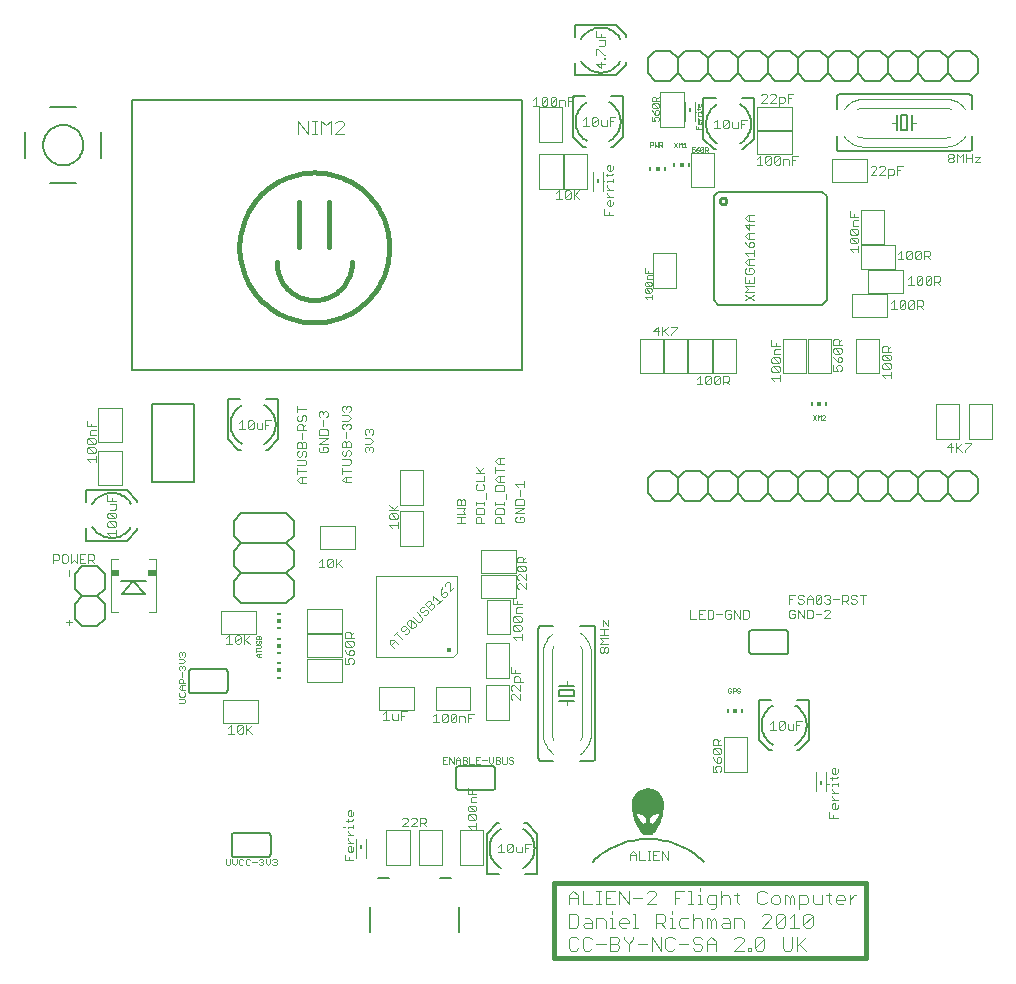
<source format=gto>
G75*
G70*
%OFA0B0*%
%FSLAX24Y24*%
%IPPOS*%
%LPD*%
%AMOC8*
5,1,8,0,0,1.08239X$1,22.5*
%
%ADD10C,0.0030*%
%ADD11C,0.0010*%
%ADD12C,0.0040*%
%ADD13C,0.0160*%
%ADD14C,0.0100*%
%ADD15C,0.0080*%
%ADD16C,0.0157*%
%ADD17C,0.0020*%
%ADD18C,0.0060*%
%ADD19R,0.0118X0.0059*%
%ADD20R,0.0118X0.0118*%
%ADD21R,0.0059X0.0118*%
%ADD22R,0.0270X0.0210*%
%ADD23C,0.0050*%
%ADD24R,0.0079X0.0157*%
%ADD25C,0.0028*%
D10*
X007996Y008686D02*
X008189Y008686D01*
X008093Y008686D02*
X008093Y008976D01*
X007996Y008879D01*
X008290Y008928D02*
X008290Y008734D01*
X008484Y008928D01*
X008484Y008734D01*
X008436Y008686D01*
X008339Y008686D01*
X008290Y008734D01*
X008290Y008928D02*
X008339Y008976D01*
X008436Y008976D01*
X008484Y008928D01*
X008585Y008976D02*
X008585Y008686D01*
X008585Y008783D02*
X008779Y008976D01*
X008633Y008831D02*
X008779Y008686D01*
X008709Y011676D02*
X008563Y011821D01*
X008515Y011773D02*
X008709Y011966D01*
X008515Y011966D02*
X008515Y011676D01*
X008414Y011724D02*
X008366Y011676D01*
X008269Y011676D01*
X008220Y011724D01*
X008414Y011918D01*
X008414Y011724D01*
X008220Y011724D02*
X008220Y011918D01*
X008269Y011966D01*
X008366Y011966D01*
X008414Y011918D01*
X008119Y011676D02*
X007926Y011676D01*
X008023Y011676D02*
X008023Y011966D01*
X007926Y011869D01*
X011006Y014226D02*
X011199Y014226D01*
X011103Y014226D02*
X011103Y014516D01*
X011006Y014419D01*
X011300Y014468D02*
X011300Y014274D01*
X011494Y014468D01*
X011494Y014274D01*
X011446Y014226D01*
X011349Y014226D01*
X011300Y014274D01*
X011300Y014468D02*
X011349Y014516D01*
X011446Y014516D01*
X011494Y014468D01*
X011595Y014516D02*
X011595Y014226D01*
X011595Y014323D02*
X011789Y014516D01*
X011643Y014371D02*
X011789Y014226D01*
X013356Y015633D02*
X013646Y015633D01*
X013646Y015729D02*
X013646Y015536D01*
X013452Y015536D02*
X013356Y015633D01*
X013404Y015830D02*
X013356Y015879D01*
X013356Y015976D01*
X013404Y016024D01*
X013597Y015830D01*
X013646Y015879D01*
X013646Y015976D01*
X013597Y016024D01*
X013404Y016024D01*
X013356Y016125D02*
X013646Y016125D01*
X013549Y016125D02*
X013356Y016319D01*
X013501Y016173D02*
X013646Y016319D01*
X013597Y015830D02*
X013404Y015830D01*
X012079Y017059D02*
X011886Y017059D01*
X011789Y017156D01*
X011886Y017252D01*
X012079Y017252D01*
X011934Y017252D02*
X011934Y017059D01*
X011789Y017354D02*
X011789Y017547D01*
X011789Y017450D02*
X012079Y017450D01*
X012031Y017648D02*
X012079Y017697D01*
X012079Y017793D01*
X012031Y017842D01*
X011789Y017842D01*
X011837Y017943D02*
X011886Y017943D01*
X011934Y017991D01*
X011934Y018088D01*
X011983Y018136D01*
X012031Y018136D01*
X012079Y018088D01*
X012079Y017991D01*
X012031Y017943D01*
X011837Y017943D02*
X011789Y017991D01*
X011789Y018088D01*
X011837Y018136D01*
X011789Y018237D02*
X011789Y018383D01*
X011837Y018431D01*
X011886Y018431D01*
X011934Y018383D01*
X011934Y018237D01*
X012079Y018237D02*
X011789Y018237D01*
X011934Y018383D02*
X011983Y018431D01*
X012031Y018431D01*
X012079Y018383D01*
X012079Y018237D01*
X011934Y018532D02*
X011934Y018726D01*
X011837Y018827D02*
X011789Y018875D01*
X011789Y018972D01*
X011837Y019020D01*
X011886Y019020D01*
X011934Y018972D01*
X011983Y019020D01*
X012031Y019020D01*
X012079Y018972D01*
X012079Y018875D01*
X012031Y018827D01*
X011934Y018924D02*
X011934Y018972D01*
X011983Y019121D02*
X012079Y019218D01*
X011983Y019315D01*
X011789Y019315D01*
X011837Y019416D02*
X011789Y019464D01*
X011789Y019561D01*
X011837Y019610D01*
X011886Y019610D01*
X011934Y019561D01*
X011983Y019610D01*
X012031Y019610D01*
X012079Y019561D01*
X012079Y019464D01*
X012031Y019416D01*
X011934Y019513D02*
X011934Y019561D01*
X011983Y019121D02*
X011789Y019121D01*
X011309Y019286D02*
X011261Y019237D01*
X011309Y019286D02*
X011309Y019383D01*
X011261Y019431D01*
X011213Y019431D01*
X011164Y019383D01*
X011164Y019334D01*
X011164Y019383D02*
X011116Y019431D01*
X011067Y019431D01*
X011019Y019383D01*
X011019Y019286D01*
X011067Y019237D01*
X011164Y019136D02*
X011164Y018943D01*
X011261Y018842D02*
X011067Y018842D01*
X011019Y018793D01*
X011019Y018648D01*
X011309Y018648D01*
X011309Y018793D01*
X011261Y018842D01*
X011309Y018547D02*
X011019Y018547D01*
X011019Y018354D02*
X011309Y018547D01*
X011309Y018354D02*
X011019Y018354D01*
X011067Y018252D02*
X011019Y018204D01*
X011019Y018107D01*
X011067Y018059D01*
X011261Y018059D01*
X011309Y018107D01*
X011309Y018204D01*
X011261Y018252D01*
X011164Y018252D01*
X011164Y018156D01*
X010589Y018217D02*
X010589Y018363D01*
X010541Y018411D01*
X010493Y018411D01*
X010444Y018363D01*
X010444Y018217D01*
X010493Y018116D02*
X010541Y018116D01*
X010589Y018068D01*
X010589Y017971D01*
X010541Y017923D01*
X010541Y017822D02*
X010299Y017822D01*
X010347Y017923D02*
X010396Y017923D01*
X010444Y017971D01*
X010444Y018068D01*
X010493Y018116D01*
X010589Y018217D02*
X010299Y018217D01*
X010299Y018363D01*
X010347Y018411D01*
X010396Y018411D01*
X010444Y018363D01*
X010444Y018512D02*
X010444Y018706D01*
X010493Y018807D02*
X010493Y018952D01*
X010444Y019000D01*
X010347Y019000D01*
X010299Y018952D01*
X010299Y018807D01*
X010589Y018807D01*
X010493Y018904D02*
X010589Y019000D01*
X010541Y019101D02*
X010589Y019150D01*
X010589Y019247D01*
X010541Y019295D01*
X010493Y019295D01*
X010444Y019247D01*
X010444Y019150D01*
X010396Y019101D01*
X010347Y019101D01*
X010299Y019150D01*
X010299Y019247D01*
X010347Y019295D01*
X010299Y019396D02*
X010299Y019590D01*
X010299Y019493D02*
X010589Y019493D01*
X009428Y019126D02*
X009234Y019126D01*
X009234Y018835D01*
X009133Y018835D02*
X009133Y019029D01*
X009234Y018980D02*
X009331Y018980D01*
X009133Y018835D02*
X008988Y018835D01*
X008939Y018884D01*
X008939Y019029D01*
X008838Y019077D02*
X008790Y019126D01*
X008693Y019126D01*
X008645Y019077D01*
X008645Y018884D01*
X008838Y019077D01*
X008838Y018884D01*
X008790Y018835D01*
X008693Y018835D01*
X008645Y018884D01*
X008544Y018835D02*
X008350Y018835D01*
X008447Y018835D02*
X008447Y019126D01*
X008350Y019029D01*
X010299Y018068D02*
X010299Y017971D01*
X010347Y017923D01*
X010299Y018068D02*
X010347Y018116D01*
X010541Y017822D02*
X010589Y017773D01*
X010589Y017677D01*
X010541Y017628D01*
X010299Y017628D01*
X010299Y017527D02*
X010299Y017334D01*
X010299Y017430D02*
X010589Y017430D01*
X010589Y017232D02*
X010396Y017232D01*
X010299Y017136D01*
X010396Y017039D01*
X010589Y017039D01*
X010444Y017039D02*
X010444Y017232D01*
X011789Y017648D02*
X012031Y017648D01*
X012539Y018107D02*
X012539Y018204D01*
X012587Y018252D01*
X012636Y018252D01*
X012684Y018204D01*
X012733Y018252D01*
X012781Y018252D01*
X012829Y018204D01*
X012829Y018107D01*
X012781Y018059D01*
X012684Y018156D02*
X012684Y018204D01*
X012733Y018354D02*
X012829Y018450D01*
X012733Y018547D01*
X012539Y018547D01*
X012587Y018648D02*
X012539Y018697D01*
X012539Y018793D01*
X012587Y018842D01*
X012636Y018842D01*
X012684Y018793D01*
X012733Y018842D01*
X012781Y018842D01*
X012829Y018793D01*
X012829Y018697D01*
X012781Y018648D01*
X012684Y018745D02*
X012684Y018793D01*
X012733Y018354D02*
X012539Y018354D01*
X012539Y018107D02*
X012587Y018059D01*
X015609Y016453D02*
X015657Y016502D01*
X015706Y016502D01*
X015754Y016453D01*
X015754Y016308D01*
X015899Y016308D02*
X015609Y016308D01*
X015609Y016453D01*
X015754Y016453D02*
X015803Y016502D01*
X015851Y016502D01*
X015899Y016453D01*
X015899Y016308D01*
X015899Y016207D02*
X015609Y016207D01*
X015609Y016014D02*
X015899Y016014D01*
X015803Y016110D01*
X015899Y016207D01*
X015899Y015912D02*
X015609Y015912D01*
X015754Y015912D02*
X015754Y015719D01*
X015899Y015719D02*
X015609Y015719D01*
X016239Y015719D02*
X016239Y015864D01*
X016287Y015912D01*
X016384Y015912D01*
X016433Y015864D01*
X016433Y015719D01*
X016529Y015719D02*
X016239Y015719D01*
X016239Y016014D02*
X016239Y016159D01*
X016287Y016207D01*
X016481Y016207D01*
X016529Y016159D01*
X016529Y016014D01*
X016239Y016014D01*
X016239Y016308D02*
X016239Y016405D01*
X016239Y016357D02*
X016529Y016357D01*
X016529Y016405D02*
X016529Y016308D01*
X016578Y016505D02*
X016578Y016698D01*
X016481Y016799D02*
X016529Y016848D01*
X016529Y016944D01*
X016481Y016993D01*
X016529Y017094D02*
X016529Y017287D01*
X016529Y017389D02*
X016239Y017389D01*
X016384Y017437D02*
X016529Y017582D01*
X016433Y017389D02*
X016239Y017582D01*
X016239Y017094D02*
X016529Y017094D01*
X016287Y016993D02*
X016239Y016944D01*
X016239Y016848D01*
X016287Y016799D01*
X016481Y016799D01*
X016899Y016789D02*
X016899Y016934D01*
X016947Y016983D01*
X017141Y016983D01*
X017189Y016934D01*
X017189Y016789D01*
X016899Y016789D01*
X016996Y017084D02*
X016899Y017181D01*
X016996Y017277D01*
X017189Y017277D01*
X017044Y017277D02*
X017044Y017084D01*
X016996Y017084D02*
X017189Y017084D01*
X017559Y017004D02*
X017849Y017004D01*
X017849Y016907D02*
X017849Y017101D01*
X017656Y016907D02*
X017559Y017004D01*
X017704Y016806D02*
X017704Y016613D01*
X017607Y016512D02*
X017559Y016463D01*
X017559Y016318D01*
X017849Y016318D01*
X017849Y016463D01*
X017801Y016512D01*
X017607Y016512D01*
X017559Y016217D02*
X017849Y016217D01*
X017559Y016024D01*
X017849Y016024D01*
X017801Y015922D02*
X017704Y015922D01*
X017704Y015826D01*
X017607Y015922D02*
X017559Y015874D01*
X017559Y015777D01*
X017607Y015729D01*
X017801Y015729D01*
X017849Y015777D01*
X017849Y015874D01*
X017801Y015922D01*
X017189Y016004D02*
X017189Y016149D01*
X017141Y016197D01*
X016947Y016197D01*
X016899Y016149D01*
X016899Y016004D01*
X017189Y016004D01*
X017044Y015902D02*
X017093Y015854D01*
X017093Y015709D01*
X017189Y015709D02*
X016899Y015709D01*
X016899Y015854D01*
X016947Y015902D01*
X017044Y015902D01*
X016899Y016298D02*
X016899Y016395D01*
X016899Y016347D02*
X017189Y016347D01*
X017189Y016395D02*
X017189Y016298D01*
X017238Y016495D02*
X017238Y016688D01*
X016899Y017379D02*
X016899Y017572D01*
X016899Y017475D02*
X017189Y017475D01*
X017189Y017673D02*
X016996Y017673D01*
X016899Y017770D01*
X016996Y017867D01*
X017189Y017867D01*
X017044Y017867D02*
X017044Y017673D01*
X017674Y014583D02*
X017771Y014583D01*
X017819Y014535D01*
X017819Y014390D01*
X017819Y014486D02*
X017916Y014583D01*
X017916Y014390D02*
X017626Y014390D01*
X017626Y014535D01*
X017674Y014583D01*
X017674Y014289D02*
X017867Y014095D01*
X017916Y014143D01*
X017916Y014240D01*
X017867Y014289D01*
X017674Y014289D01*
X017626Y014240D01*
X017626Y014143D01*
X017674Y014095D01*
X017867Y014095D01*
X017916Y013994D02*
X017916Y013800D01*
X017722Y013994D01*
X017674Y013994D01*
X017626Y013946D01*
X017626Y013849D01*
X017674Y013800D01*
X017674Y013699D02*
X017626Y013651D01*
X017626Y013554D01*
X017674Y013506D01*
X017674Y013699D02*
X017722Y013699D01*
X017916Y013506D01*
X017916Y013699D01*
X017486Y013188D02*
X017486Y012994D01*
X017776Y012994D01*
X017776Y012893D02*
X017631Y012893D01*
X017582Y012845D01*
X017582Y012700D01*
X017776Y012700D01*
X017727Y012599D02*
X017776Y012550D01*
X017776Y012453D01*
X017727Y012405D01*
X017534Y012599D01*
X017727Y012599D01*
X017534Y012599D02*
X017486Y012550D01*
X017486Y012453D01*
X017534Y012405D01*
X017727Y012405D01*
X017727Y012304D02*
X017776Y012256D01*
X017776Y012159D01*
X017727Y012110D01*
X017534Y012304D01*
X017727Y012304D01*
X017534Y012304D02*
X017486Y012256D01*
X017486Y012159D01*
X017534Y012110D01*
X017727Y012110D01*
X017776Y012009D02*
X017776Y011816D01*
X017776Y011913D02*
X017486Y011913D01*
X017582Y011816D01*
X017416Y010893D02*
X017416Y010700D01*
X017706Y010700D01*
X017657Y010599D02*
X017706Y010550D01*
X017706Y010405D01*
X017803Y010405D02*
X017512Y010405D01*
X017512Y010550D01*
X017561Y010599D01*
X017657Y010599D01*
X017561Y010700D02*
X017561Y010796D01*
X017512Y010304D02*
X017464Y010304D01*
X017416Y010256D01*
X017416Y010159D01*
X017464Y010110D01*
X017464Y010009D02*
X017416Y009961D01*
X017416Y009864D01*
X017464Y009816D01*
X017464Y010009D02*
X017512Y010009D01*
X017706Y009816D01*
X017706Y010009D01*
X017706Y010110D02*
X017512Y010304D01*
X017706Y010304D02*
X017706Y010110D01*
X016188Y009356D02*
X015994Y009356D01*
X015994Y009066D01*
X015893Y009066D02*
X015893Y009211D01*
X015845Y009259D01*
X015700Y009259D01*
X015700Y009066D01*
X015599Y009114D02*
X015550Y009066D01*
X015453Y009066D01*
X015405Y009114D01*
X015599Y009308D01*
X015599Y009114D01*
X015599Y009308D02*
X015550Y009356D01*
X015453Y009356D01*
X015405Y009308D01*
X015405Y009114D01*
X015304Y009114D02*
X015304Y009308D01*
X015110Y009114D01*
X015159Y009066D01*
X015256Y009066D01*
X015304Y009114D01*
X015110Y009114D02*
X015110Y009308D01*
X015159Y009356D01*
X015256Y009356D01*
X015304Y009308D01*
X015009Y009066D02*
X014816Y009066D01*
X014913Y009066D02*
X014913Y009356D01*
X014816Y009259D01*
X013949Y009426D02*
X013755Y009426D01*
X013755Y009136D01*
X013654Y009136D02*
X013654Y009329D01*
X013755Y009281D02*
X013852Y009281D01*
X013654Y009136D02*
X013509Y009136D01*
X013460Y009184D01*
X013460Y009329D01*
X013359Y009136D02*
X013166Y009136D01*
X013263Y009136D02*
X013263Y009426D01*
X013166Y009329D01*
X012127Y010997D02*
X012176Y011046D01*
X012176Y011142D01*
X012127Y011191D01*
X012031Y011191D01*
X011982Y011142D01*
X011982Y011094D01*
X012031Y010997D01*
X011886Y010997D01*
X011886Y011191D01*
X012031Y011292D02*
X012031Y011437D01*
X012079Y011485D01*
X012127Y011485D01*
X012176Y011437D01*
X012176Y011340D01*
X012127Y011292D01*
X012031Y011292D01*
X011934Y011389D01*
X011886Y011485D01*
X011934Y011586D02*
X011886Y011635D01*
X011886Y011732D01*
X011934Y011780D01*
X012127Y011586D01*
X012176Y011635D01*
X012176Y011732D01*
X012127Y011780D01*
X011934Y011780D01*
X011886Y011881D02*
X011886Y012026D01*
X011934Y012075D01*
X012031Y012075D01*
X012079Y012026D01*
X012079Y011881D01*
X012176Y011881D02*
X011886Y011881D01*
X012079Y011978D02*
X012176Y012075D01*
X012127Y011586D02*
X011934Y011586D01*
X013372Y011686D02*
X013372Y011823D01*
X013508Y011823D01*
X013645Y011686D01*
X013543Y011789D02*
X013406Y011652D01*
X013372Y011686D02*
X013508Y011550D01*
X013785Y011826D02*
X013580Y012031D01*
X013511Y011963D02*
X013648Y012100D01*
X013754Y012137D02*
X013788Y012103D01*
X013857Y012103D01*
X013959Y012206D01*
X013891Y012274D02*
X014028Y012137D01*
X014028Y012069D01*
X013959Y012000D01*
X013891Y012000D01*
X013754Y012137D02*
X013754Y012206D01*
X013822Y012274D01*
X013891Y012274D01*
X013962Y012345D02*
X013962Y012414D01*
X014031Y012482D01*
X014099Y012482D01*
X014099Y012209D01*
X014167Y012209D01*
X014236Y012277D01*
X014236Y012345D01*
X014099Y012482D01*
X014136Y012588D02*
X014307Y012417D01*
X014376Y012417D01*
X014444Y012485D01*
X014444Y012554D01*
X014273Y012725D01*
X014379Y012762D02*
X014413Y012728D01*
X014481Y012728D01*
X014550Y012796D01*
X014618Y012796D01*
X014653Y012762D01*
X014653Y012694D01*
X014584Y012625D01*
X014516Y012625D01*
X014379Y012762D02*
X014379Y012830D01*
X014447Y012899D01*
X014516Y012899D01*
X014553Y013005D02*
X014656Y013107D01*
X014724Y013107D01*
X014758Y013073D01*
X014758Y013005D01*
X014656Y012902D01*
X014758Y013005D02*
X014827Y013005D01*
X014861Y012970D01*
X014861Y012902D01*
X014758Y012799D01*
X014553Y013005D01*
X014830Y013144D02*
X014830Y013281D01*
X015035Y013076D01*
X014967Y013008D02*
X015103Y013144D01*
X015141Y013250D02*
X015209Y013250D01*
X015277Y013319D01*
X015277Y013387D01*
X015243Y013421D01*
X015175Y013421D01*
X015072Y013319D01*
X015141Y013250D01*
X015072Y013319D02*
X015072Y013455D01*
X015106Y013558D01*
X015212Y013595D02*
X015212Y013664D01*
X015281Y013732D01*
X015349Y013732D01*
X015383Y013698D01*
X015383Y013424D01*
X015520Y013561D01*
X014099Y012209D02*
X013962Y012345D01*
X015994Y009211D02*
X016091Y009211D01*
X015976Y006878D02*
X015976Y006684D01*
X016266Y006684D01*
X016266Y006583D02*
X016121Y006583D01*
X016072Y006535D01*
X016072Y006390D01*
X016266Y006390D01*
X016217Y006289D02*
X016266Y006240D01*
X016266Y006143D01*
X016217Y006095D01*
X016024Y006289D01*
X016217Y006289D01*
X016024Y006289D02*
X015976Y006240D01*
X015976Y006143D01*
X016024Y006095D01*
X016217Y006095D01*
X016217Y005994D02*
X016266Y005946D01*
X016266Y005849D01*
X016217Y005800D01*
X016024Y005994D01*
X016217Y005994D01*
X016024Y005994D02*
X015976Y005946D01*
X015976Y005849D01*
X016024Y005800D01*
X016217Y005800D01*
X016266Y005699D02*
X016266Y005506D01*
X016266Y005603D02*
X015976Y005603D01*
X016072Y005506D01*
X016990Y004919D02*
X017087Y005016D01*
X017087Y004725D01*
X016990Y004725D02*
X017184Y004725D01*
X017285Y004774D02*
X017333Y004725D01*
X017430Y004725D01*
X017478Y004774D01*
X017478Y004967D01*
X017285Y004774D01*
X017285Y004967D01*
X017333Y005016D01*
X017430Y005016D01*
X017478Y004967D01*
X017579Y004919D02*
X017579Y004774D01*
X017628Y004725D01*
X017773Y004725D01*
X017773Y004919D01*
X017874Y004870D02*
X017971Y004870D01*
X017874Y004725D02*
X017874Y005016D01*
X018068Y005016D01*
X016121Y006684D02*
X016121Y006781D01*
X014569Y005838D02*
X014569Y005741D01*
X014520Y005693D01*
X014375Y005693D01*
X014472Y005693D02*
X014569Y005596D01*
X014375Y005596D02*
X014375Y005886D01*
X014520Y005886D01*
X014569Y005838D01*
X014274Y005838D02*
X014226Y005886D01*
X014129Y005886D01*
X014080Y005838D01*
X013979Y005838D02*
X013931Y005886D01*
X013834Y005886D01*
X013786Y005838D01*
X013979Y005838D02*
X013979Y005789D01*
X013786Y005596D01*
X013979Y005596D01*
X014080Y005596D02*
X014274Y005789D01*
X014274Y005838D01*
X014274Y005596D02*
X014080Y005596D01*
X012166Y005589D02*
X011972Y005589D01*
X011972Y005541D01*
X011972Y005441D02*
X011972Y005392D01*
X012069Y005296D01*
X012166Y005296D02*
X011972Y005296D01*
X011972Y005195D02*
X011972Y005147D01*
X012069Y005050D01*
X012166Y005050D02*
X011972Y005050D01*
X012021Y004949D02*
X012069Y004949D01*
X012069Y004755D01*
X012021Y004755D02*
X011972Y004804D01*
X011972Y004901D01*
X012021Y004949D01*
X012166Y004901D02*
X012166Y004804D01*
X012117Y004755D01*
X012021Y004755D01*
X011876Y004654D02*
X011876Y004461D01*
X012166Y004461D01*
X012021Y004461D02*
X012021Y004558D01*
X012166Y005541D02*
X012166Y005638D01*
X012117Y005786D02*
X012166Y005834D01*
X012117Y005786D02*
X011924Y005786D01*
X011972Y005738D02*
X011972Y005834D01*
X012021Y005934D02*
X011972Y005982D01*
X011972Y006079D01*
X012021Y006127D01*
X012069Y006127D01*
X012069Y005934D01*
X012117Y005934D02*
X012021Y005934D01*
X012117Y005934D02*
X012166Y005982D01*
X012166Y006079D01*
X011876Y005589D02*
X011827Y005589D01*
X017631Y012994D02*
X017631Y013091D01*
X020376Y012170D02*
X020666Y012170D01*
X020666Y012271D02*
X020666Y012465D01*
X020472Y012465D02*
X020666Y012271D01*
X020521Y012170D02*
X020521Y011976D01*
X020666Y011976D02*
X020376Y011976D01*
X020376Y011875D02*
X020666Y011875D01*
X020666Y011682D02*
X020376Y011682D01*
X020472Y011779D01*
X020376Y011875D01*
X020424Y011581D02*
X020472Y011581D01*
X020521Y011532D01*
X020521Y011436D01*
X020472Y011387D01*
X020424Y011387D01*
X020376Y011436D01*
X020376Y011532D01*
X020424Y011581D01*
X020521Y011532D02*
X020569Y011581D01*
X020617Y011581D01*
X020666Y011532D01*
X020666Y011436D01*
X020617Y011387D01*
X020569Y011387D01*
X020521Y011436D01*
X020472Y012271D02*
X020472Y012465D01*
X023380Y012519D02*
X023574Y012519D01*
X023675Y012519D02*
X023868Y012519D01*
X023969Y012519D02*
X024115Y012519D01*
X024163Y012568D01*
X024163Y012761D01*
X024115Y012810D01*
X023969Y012810D01*
X023969Y012519D01*
X023771Y012664D02*
X023675Y012664D01*
X023675Y012519D02*
X023675Y012810D01*
X023868Y012810D01*
X024264Y012664D02*
X024458Y012664D01*
X024559Y012568D02*
X024607Y012519D01*
X024704Y012519D01*
X024752Y012568D01*
X024752Y012664D01*
X024655Y012664D01*
X024559Y012568D02*
X024559Y012761D01*
X024607Y012810D01*
X024704Y012810D01*
X024752Y012761D01*
X024853Y012810D02*
X025047Y012519D01*
X025047Y012810D01*
X025148Y012810D02*
X025293Y012810D01*
X025341Y012761D01*
X025341Y012568D01*
X025293Y012519D01*
X025148Y012519D01*
X025148Y012810D01*
X024853Y012810D02*
X024853Y012519D01*
X023380Y012519D02*
X023380Y012810D01*
X026689Y012774D02*
X026689Y012581D01*
X026737Y012532D01*
X026834Y012532D01*
X026882Y012581D01*
X026882Y012677D01*
X026786Y012677D01*
X026882Y012774D02*
X026834Y012823D01*
X026737Y012823D01*
X026689Y012774D01*
X026689Y013022D02*
X026689Y013313D01*
X026882Y013313D01*
X026984Y013264D02*
X026984Y013216D01*
X027032Y013167D01*
X027129Y013167D01*
X027177Y013119D01*
X027177Y013071D01*
X027129Y013022D01*
X027032Y013022D01*
X026984Y013071D01*
X026984Y013264D02*
X027032Y013313D01*
X027129Y013313D01*
X027177Y013264D01*
X027278Y013216D02*
X027375Y013313D01*
X027472Y013216D01*
X027472Y013022D01*
X027573Y013071D02*
X027766Y013264D01*
X027766Y013071D01*
X027718Y013022D01*
X027621Y013022D01*
X027573Y013071D01*
X027573Y013264D01*
X027621Y013313D01*
X027718Y013313D01*
X027766Y013264D01*
X027867Y013264D02*
X027916Y013313D01*
X028013Y013313D01*
X028061Y013264D01*
X028061Y013216D01*
X028013Y013167D01*
X028061Y013119D01*
X028061Y013071D01*
X028013Y013022D01*
X027916Y013022D01*
X027867Y013071D01*
X027964Y013167D02*
X028013Y013167D01*
X028162Y013167D02*
X028356Y013167D01*
X028457Y013119D02*
X028602Y013119D01*
X028650Y013167D01*
X028650Y013264D01*
X028602Y013313D01*
X028457Y013313D01*
X028457Y013022D01*
X028554Y013119D02*
X028650Y013022D01*
X028751Y013071D02*
X028800Y013022D01*
X028897Y013022D01*
X028945Y013071D01*
X028945Y013119D01*
X028897Y013167D01*
X028800Y013167D01*
X028751Y013216D01*
X028751Y013264D01*
X028800Y013313D01*
X028897Y013313D01*
X028945Y013264D01*
X029046Y013313D02*
X029240Y013313D01*
X029143Y013313D02*
X029143Y013022D01*
X028061Y012774D02*
X028013Y012823D01*
X027916Y012823D01*
X027867Y012774D01*
X027766Y012677D02*
X027573Y012677D01*
X027472Y012581D02*
X027472Y012774D01*
X027423Y012823D01*
X027278Y012823D01*
X027278Y012532D01*
X027423Y012532D01*
X027472Y012581D01*
X027177Y012532D02*
X027177Y012823D01*
X026984Y012823D02*
X027177Y012532D01*
X026984Y012532D02*
X026984Y012823D01*
X027278Y013022D02*
X027278Y013216D01*
X027278Y013167D02*
X027472Y013167D01*
X026786Y013167D02*
X026689Y013167D01*
X027867Y012532D02*
X028061Y012726D01*
X028061Y012774D01*
X028061Y012532D02*
X027867Y012532D01*
X027128Y009106D02*
X026934Y009106D01*
X026934Y008815D01*
X026833Y008815D02*
X026833Y009009D01*
X026934Y008960D02*
X027031Y008960D01*
X026833Y008815D02*
X026688Y008815D01*
X026639Y008864D01*
X026639Y009009D01*
X026538Y009057D02*
X026345Y008864D01*
X026393Y008815D01*
X026490Y008815D01*
X026538Y008864D01*
X026538Y009057D01*
X026490Y009106D01*
X026393Y009106D01*
X026345Y009057D01*
X026345Y008864D01*
X026244Y008815D02*
X026050Y008815D01*
X026147Y008815D02*
X026147Y009106D01*
X026050Y009009D01*
X024426Y008495D02*
X024329Y008398D01*
X024329Y008446D02*
X024329Y008301D01*
X024426Y008301D02*
X024136Y008301D01*
X024136Y008446D01*
X024184Y008495D01*
X024281Y008495D01*
X024329Y008446D01*
X024377Y008200D02*
X024184Y008200D01*
X024377Y008006D01*
X024426Y008055D01*
X024426Y008152D01*
X024377Y008200D01*
X024184Y008200D02*
X024136Y008152D01*
X024136Y008055D01*
X024184Y008006D01*
X024377Y008006D01*
X024377Y007905D02*
X024329Y007905D01*
X024281Y007857D01*
X024281Y007712D01*
X024377Y007712D01*
X024426Y007760D01*
X024426Y007857D01*
X024377Y007905D01*
X024184Y007809D02*
X024281Y007712D01*
X024281Y007611D02*
X024377Y007611D01*
X024426Y007562D01*
X024426Y007466D01*
X024377Y007417D01*
X024281Y007417D02*
X024232Y007514D01*
X024232Y007562D01*
X024281Y007611D01*
X024136Y007611D02*
X024136Y007417D01*
X024281Y007417D01*
X024184Y007809D02*
X024136Y007905D01*
X022655Y004771D02*
X022655Y004481D01*
X022461Y004771D01*
X022461Y004481D01*
X022360Y004481D02*
X022166Y004481D01*
X022166Y004771D01*
X022360Y004771D01*
X022263Y004626D02*
X022166Y004626D01*
X022067Y004771D02*
X021970Y004771D01*
X022018Y004771D02*
X022018Y004481D01*
X021970Y004481D02*
X022067Y004481D01*
X021869Y004481D02*
X021675Y004481D01*
X021675Y004771D01*
X021574Y004674D02*
X021574Y004481D01*
X021574Y004626D02*
X021381Y004626D01*
X021381Y004674D02*
X021478Y004771D01*
X021574Y004674D01*
X021381Y004674D02*
X021381Y004481D01*
X028016Y005873D02*
X028016Y006066D01*
X028161Y005970D02*
X028161Y005873D01*
X028306Y005873D02*
X028016Y005873D01*
X028161Y006168D02*
X028112Y006216D01*
X028112Y006313D01*
X028161Y006361D01*
X028209Y006361D01*
X028209Y006168D01*
X028257Y006168D02*
X028161Y006168D01*
X028257Y006168D02*
X028306Y006216D01*
X028306Y006313D01*
X028306Y006462D02*
X028112Y006462D01*
X028112Y006559D02*
X028112Y006607D01*
X028112Y006559D02*
X028209Y006462D01*
X028209Y006708D02*
X028112Y006804D01*
X028112Y006853D01*
X028112Y006953D02*
X028112Y007002D01*
X028306Y007002D01*
X028306Y007050D02*
X028306Y006953D01*
X028306Y006708D02*
X028112Y006708D01*
X028016Y007002D02*
X027967Y007002D01*
X028112Y007150D02*
X028112Y007246D01*
X028064Y007198D02*
X028257Y007198D01*
X028306Y007246D01*
X028257Y007346D02*
X028161Y007346D01*
X028112Y007394D01*
X028112Y007491D01*
X028161Y007540D01*
X028209Y007540D01*
X028209Y007346D01*
X028257Y007346D02*
X028306Y007394D01*
X028306Y007491D01*
X032097Y018086D02*
X032097Y018376D01*
X031952Y018231D01*
X032145Y018231D01*
X032246Y018183D02*
X032440Y018376D01*
X032541Y018376D02*
X032735Y018376D01*
X032735Y018328D01*
X032541Y018134D01*
X032541Y018086D01*
X032440Y018086D02*
X032295Y018231D01*
X032246Y018376D02*
X032246Y018086D01*
X030086Y020537D02*
X030086Y020731D01*
X030086Y020634D02*
X029796Y020634D01*
X029892Y020537D01*
X029844Y020832D02*
X029796Y020880D01*
X029796Y020977D01*
X029844Y021025D01*
X030037Y020832D01*
X030086Y020880D01*
X030086Y020977D01*
X030037Y021025D01*
X029844Y021025D01*
X029844Y021126D02*
X029796Y021175D01*
X029796Y021272D01*
X029844Y021320D01*
X030037Y021126D01*
X030086Y021175D01*
X030086Y021272D01*
X030037Y021320D01*
X029844Y021320D01*
X029796Y021421D02*
X029796Y021566D01*
X029844Y021615D01*
X029941Y021615D01*
X029989Y021566D01*
X029989Y021421D01*
X030086Y021421D02*
X029796Y021421D01*
X029989Y021518D02*
X030086Y021615D01*
X030037Y021126D02*
X029844Y021126D01*
X029844Y020832D02*
X030037Y020832D01*
X028446Y020814D02*
X028397Y020766D01*
X028446Y020814D02*
X028446Y020911D01*
X028397Y020959D01*
X028301Y020959D01*
X028252Y020911D01*
X028252Y020863D01*
X028301Y020766D01*
X028156Y020766D01*
X028156Y020959D01*
X028301Y021060D02*
X028204Y021157D01*
X028156Y021254D01*
X028204Y021355D02*
X028156Y021403D01*
X028156Y021500D01*
X028204Y021549D01*
X028397Y021355D01*
X028446Y021403D01*
X028446Y021500D01*
X028397Y021549D01*
X028204Y021549D01*
X028156Y021650D02*
X028156Y021795D01*
X028204Y021843D01*
X028301Y021843D01*
X028349Y021795D01*
X028349Y021650D01*
X028349Y021746D02*
X028446Y021843D01*
X028446Y021650D02*
X028156Y021650D01*
X028204Y021355D02*
X028397Y021355D01*
X028397Y021254D02*
X028349Y021254D01*
X028301Y021206D01*
X028301Y021060D01*
X028397Y021060D01*
X028446Y021109D01*
X028446Y021206D01*
X028397Y021254D01*
X030076Y022836D02*
X030269Y022836D01*
X030173Y022836D02*
X030173Y023126D01*
X030076Y023029D01*
X030370Y023078D02*
X030419Y023126D01*
X030516Y023126D01*
X030564Y023078D01*
X030370Y022884D01*
X030419Y022836D01*
X030516Y022836D01*
X030564Y022884D01*
X030564Y023078D01*
X030665Y023078D02*
X030713Y023126D01*
X030810Y023126D01*
X030859Y023078D01*
X030665Y022884D01*
X030713Y022836D01*
X030810Y022836D01*
X030859Y022884D01*
X030859Y023078D01*
X030960Y023126D02*
X031105Y023126D01*
X031153Y023078D01*
X031153Y022981D01*
X031105Y022933D01*
X030960Y022933D01*
X031056Y022933D02*
X031153Y022836D01*
X030960Y022836D02*
X030960Y023126D01*
X030665Y023078D02*
X030665Y022884D01*
X030370Y022884D02*
X030370Y023078D01*
X030646Y023656D02*
X030839Y023656D01*
X030743Y023656D02*
X030743Y023946D01*
X030646Y023849D01*
X030940Y023898D02*
X030989Y023946D01*
X031086Y023946D01*
X031134Y023898D01*
X030940Y023704D01*
X030989Y023656D01*
X031086Y023656D01*
X031134Y023704D01*
X031134Y023898D01*
X031235Y023898D02*
X031283Y023946D01*
X031380Y023946D01*
X031429Y023898D01*
X031235Y023704D01*
X031283Y023656D01*
X031380Y023656D01*
X031429Y023704D01*
X031429Y023898D01*
X031530Y023946D02*
X031675Y023946D01*
X031723Y023898D01*
X031723Y023801D01*
X031675Y023753D01*
X031530Y023753D01*
X031626Y023753D02*
X031723Y023656D01*
X031530Y023656D02*
X031530Y023946D01*
X031235Y023898D02*
X031235Y023704D01*
X030940Y023704D02*
X030940Y023898D01*
X030943Y024496D02*
X030895Y024544D01*
X031089Y024738D01*
X031089Y024544D01*
X031040Y024496D01*
X030943Y024496D01*
X030895Y024544D02*
X030895Y024738D01*
X030943Y024786D01*
X031040Y024786D01*
X031089Y024738D01*
X031190Y024786D02*
X031335Y024786D01*
X031383Y024738D01*
X031383Y024641D01*
X031335Y024593D01*
X031190Y024593D01*
X031286Y024593D02*
X031383Y024496D01*
X031190Y024496D02*
X031190Y024786D01*
X030794Y024738D02*
X030794Y024544D01*
X030746Y024496D01*
X030649Y024496D01*
X030600Y024544D01*
X030794Y024738D01*
X030746Y024786D01*
X030649Y024786D01*
X030600Y024738D01*
X030600Y024544D01*
X030499Y024496D02*
X030306Y024496D01*
X030403Y024496D02*
X030403Y024786D01*
X030306Y024689D01*
X028996Y024733D02*
X028996Y024926D01*
X028996Y024829D02*
X028706Y024829D01*
X028802Y024733D01*
X028754Y025027D02*
X028706Y025076D01*
X028706Y025172D01*
X028754Y025221D01*
X028947Y025027D01*
X028996Y025076D01*
X028996Y025172D01*
X028947Y025221D01*
X028754Y025221D01*
X028754Y025322D02*
X028706Y025370D01*
X028706Y025467D01*
X028754Y025515D01*
X028947Y025322D01*
X028996Y025370D01*
X028996Y025467D01*
X028947Y025515D01*
X028754Y025515D01*
X028802Y025616D02*
X028802Y025762D01*
X028851Y025810D01*
X028996Y025810D01*
X028996Y025911D02*
X028706Y025911D01*
X028706Y026105D01*
X028851Y026008D02*
X028851Y025911D01*
X028802Y025616D02*
X028996Y025616D01*
X028947Y025322D02*
X028754Y025322D01*
X028754Y025027D02*
X028947Y025027D01*
X029406Y027316D02*
X029599Y027509D01*
X029599Y027558D01*
X029551Y027606D01*
X029454Y027606D01*
X029406Y027558D01*
X029406Y027316D02*
X029599Y027316D01*
X029700Y027316D02*
X029894Y027509D01*
X029894Y027558D01*
X029846Y027606D01*
X029749Y027606D01*
X029700Y027558D01*
X029700Y027316D02*
X029894Y027316D01*
X029995Y027316D02*
X030140Y027316D01*
X030189Y027364D01*
X030189Y027461D01*
X030140Y027509D01*
X029995Y027509D01*
X029995Y027219D01*
X030290Y027316D02*
X030290Y027606D01*
X030483Y027606D01*
X030386Y027461D02*
X030290Y027461D01*
X031986Y027774D02*
X031986Y027823D01*
X032034Y027871D01*
X032131Y027871D01*
X032179Y027823D01*
X032179Y027774D01*
X032131Y027726D01*
X032034Y027726D01*
X031986Y027774D01*
X032034Y027871D02*
X031986Y027919D01*
X031986Y027968D01*
X032034Y028016D01*
X032131Y028016D01*
X032179Y027968D01*
X032179Y027919D01*
X032131Y027871D01*
X032280Y028016D02*
X032377Y027919D01*
X032474Y028016D01*
X032474Y027726D01*
X032575Y027726D02*
X032575Y028016D01*
X032575Y027871D02*
X032769Y027871D01*
X032870Y027919D02*
X033063Y027919D01*
X032870Y027726D01*
X033063Y027726D01*
X032769Y027726D02*
X032769Y028016D01*
X032280Y028016D02*
X032280Y027726D01*
X026978Y027946D02*
X026784Y027946D01*
X026784Y027656D01*
X026683Y027656D02*
X026683Y027801D01*
X026635Y027849D01*
X026490Y027849D01*
X026490Y027656D01*
X026389Y027704D02*
X026340Y027656D01*
X026243Y027656D01*
X026195Y027704D01*
X026389Y027898D01*
X026389Y027704D01*
X026389Y027898D02*
X026340Y027946D01*
X026243Y027946D01*
X026195Y027898D01*
X026195Y027704D01*
X026094Y027704D02*
X026046Y027656D01*
X025949Y027656D01*
X025900Y027704D01*
X026094Y027898D01*
X026094Y027704D01*
X025900Y027704D02*
X025900Y027898D01*
X025949Y027946D01*
X026046Y027946D01*
X026094Y027898D01*
X025799Y027656D02*
X025606Y027656D01*
X025703Y027656D02*
X025703Y027946D01*
X025606Y027849D01*
X025074Y028865D02*
X025074Y029156D01*
X025268Y029156D01*
X025171Y029010D02*
X025074Y029010D01*
X024973Y029059D02*
X024973Y028865D01*
X024828Y028865D01*
X024779Y028914D01*
X024779Y029059D01*
X024678Y029107D02*
X024485Y028914D01*
X024533Y028865D01*
X024630Y028865D01*
X024678Y028914D01*
X024678Y029107D01*
X024630Y029156D01*
X024533Y029156D01*
X024485Y029107D01*
X024485Y028914D01*
X024384Y028865D02*
X024190Y028865D01*
X024287Y028865D02*
X024287Y029156D01*
X024190Y029059D01*
X025756Y029716D02*
X025949Y029909D01*
X025949Y029958D01*
X025901Y030006D01*
X025804Y030006D01*
X025756Y029958D01*
X025756Y029716D02*
X025949Y029716D01*
X026050Y029716D02*
X026244Y029909D01*
X026244Y029958D01*
X026196Y030006D01*
X026099Y030006D01*
X026050Y029958D01*
X026050Y029716D02*
X026244Y029716D01*
X026345Y029716D02*
X026490Y029716D01*
X026539Y029764D01*
X026539Y029861D01*
X026490Y029909D01*
X026345Y029909D01*
X026345Y029619D01*
X026640Y029716D02*
X026640Y030006D01*
X026833Y030006D01*
X026736Y029861D02*
X026640Y029861D01*
X026784Y027801D02*
X026881Y027801D01*
X025503Y025971D02*
X025309Y025971D01*
X025212Y025874D01*
X025309Y025778D01*
X025503Y025778D01*
X025358Y025778D02*
X025358Y025971D01*
X025358Y025676D02*
X025358Y025483D01*
X025212Y025628D01*
X025503Y025628D01*
X025503Y025382D02*
X025309Y025382D01*
X025212Y025285D01*
X025309Y025188D01*
X025503Y025188D01*
X025454Y025087D02*
X025406Y025087D01*
X025358Y025039D01*
X025358Y024894D01*
X025454Y024894D01*
X025503Y024942D01*
X025503Y025039D01*
X025454Y025087D01*
X025358Y025188D02*
X025358Y025382D01*
X025212Y025087D02*
X025261Y024990D01*
X025358Y024894D01*
X025503Y024792D02*
X025503Y024599D01*
X025503Y024696D02*
X025212Y024696D01*
X025309Y024599D01*
X025309Y024498D02*
X025503Y024498D01*
X025358Y024498D02*
X025358Y024304D01*
X025309Y024304D02*
X025503Y024304D01*
X025454Y024203D02*
X025358Y024203D01*
X025358Y024106D01*
X025454Y024010D02*
X025503Y024058D01*
X025503Y024155D01*
X025454Y024203D01*
X025309Y024304D02*
X025212Y024401D01*
X025309Y024498D01*
X025261Y024203D02*
X025212Y024155D01*
X025212Y024058D01*
X025261Y024010D01*
X025454Y024010D01*
X025503Y023909D02*
X025503Y023715D01*
X025212Y023715D01*
X025212Y023909D01*
X025358Y023812D02*
X025358Y023715D01*
X025503Y023614D02*
X025212Y023614D01*
X025309Y023517D01*
X025212Y023420D01*
X025503Y023420D01*
X025503Y023319D02*
X025212Y023126D01*
X025212Y023319D02*
X025503Y023126D01*
X026096Y021815D02*
X026096Y021621D01*
X026386Y021621D01*
X026386Y021520D02*
X026241Y021520D01*
X026192Y021472D01*
X026192Y021326D01*
X026386Y021326D01*
X026337Y021225D02*
X026386Y021177D01*
X026386Y021080D01*
X026337Y021032D01*
X026144Y021225D01*
X026337Y021225D01*
X026144Y021225D02*
X026096Y021177D01*
X026096Y021080D01*
X026144Y021032D01*
X026337Y021032D01*
X026337Y020931D02*
X026386Y020882D01*
X026386Y020786D01*
X026337Y020737D01*
X026144Y020931D01*
X026337Y020931D01*
X026144Y020931D02*
X026096Y020882D01*
X026096Y020786D01*
X026144Y020737D01*
X026337Y020737D01*
X026386Y020636D02*
X026386Y020443D01*
X026386Y020539D02*
X026096Y020539D01*
X026192Y020443D01*
X026241Y021621D02*
X026241Y021718D01*
X024683Y020568D02*
X024683Y020471D01*
X024635Y020423D01*
X024490Y020423D01*
X024586Y020423D02*
X024683Y020326D01*
X024490Y020326D02*
X024490Y020616D01*
X024635Y020616D01*
X024683Y020568D01*
X024389Y020568D02*
X024389Y020374D01*
X024340Y020326D01*
X024243Y020326D01*
X024195Y020374D01*
X024389Y020568D01*
X024340Y020616D01*
X024243Y020616D01*
X024195Y020568D01*
X024195Y020374D01*
X024094Y020374D02*
X024046Y020326D01*
X023949Y020326D01*
X023900Y020374D01*
X024094Y020568D01*
X024094Y020374D01*
X023900Y020374D02*
X023900Y020568D01*
X023949Y020616D01*
X024046Y020616D01*
X024094Y020568D01*
X023799Y020326D02*
X023606Y020326D01*
X023703Y020326D02*
X023703Y020616D01*
X023606Y020519D01*
X022755Y021966D02*
X022755Y022014D01*
X022949Y022208D01*
X022949Y022256D01*
X022755Y022256D01*
X022654Y022256D02*
X022460Y022063D01*
X022509Y022111D02*
X022654Y021966D01*
X022460Y021966D02*
X022460Y022256D01*
X022311Y022256D02*
X022166Y022111D01*
X022359Y022111D01*
X022311Y021966D02*
X022311Y022256D01*
X020816Y025983D02*
X020526Y025983D01*
X020526Y026176D01*
X020671Y026080D02*
X020671Y025983D01*
X020671Y026278D02*
X020622Y026326D01*
X020622Y026423D01*
X020671Y026471D01*
X020719Y026471D01*
X020719Y026278D01*
X020767Y026278D02*
X020671Y026278D01*
X020767Y026278D02*
X020816Y026326D01*
X020816Y026423D01*
X020816Y026572D02*
X020622Y026572D01*
X020622Y026669D02*
X020622Y026717D01*
X020622Y026669D02*
X020719Y026572D01*
X020719Y026818D02*
X020622Y026914D01*
X020622Y026963D01*
X020622Y027063D02*
X020622Y027112D01*
X020816Y027112D01*
X020816Y027160D02*
X020816Y027063D01*
X020816Y026818D02*
X020622Y026818D01*
X020526Y027112D02*
X020477Y027112D01*
X020622Y027260D02*
X020622Y027356D01*
X020574Y027308D02*
X020767Y027308D01*
X020816Y027356D01*
X020767Y027456D02*
X020671Y027456D01*
X020622Y027504D01*
X020622Y027601D01*
X020671Y027650D01*
X020719Y027650D01*
X020719Y027456D01*
X020767Y027456D02*
X020816Y027504D01*
X020816Y027601D01*
X020704Y028945D02*
X020704Y029236D01*
X020898Y029236D01*
X020801Y029090D02*
X020704Y029090D01*
X020603Y029139D02*
X020603Y028945D01*
X020458Y028945D01*
X020409Y028994D01*
X020409Y029139D01*
X020308Y029187D02*
X020115Y028994D01*
X020163Y028945D01*
X020260Y028945D01*
X020308Y028994D01*
X020308Y029187D01*
X020260Y029236D01*
X020163Y029236D01*
X020115Y029187D01*
X020115Y028994D01*
X020014Y028945D02*
X019820Y028945D01*
X019917Y028945D02*
X019917Y029236D01*
X019820Y029139D01*
X019324Y029616D02*
X019324Y029906D01*
X019518Y029906D01*
X019421Y029761D02*
X019324Y029761D01*
X019223Y029761D02*
X019223Y029616D01*
X019223Y029761D02*
X019175Y029809D01*
X019030Y029809D01*
X019030Y029616D01*
X018929Y029664D02*
X018880Y029616D01*
X018783Y029616D01*
X018735Y029664D01*
X018929Y029858D01*
X018929Y029664D01*
X018929Y029858D02*
X018880Y029906D01*
X018783Y029906D01*
X018735Y029858D01*
X018735Y029664D01*
X018634Y029664D02*
X018586Y029616D01*
X018489Y029616D01*
X018440Y029664D01*
X018634Y029858D01*
X018634Y029664D01*
X018440Y029664D02*
X018440Y029858D01*
X018489Y029906D01*
X018586Y029906D01*
X018634Y029858D01*
X018339Y029616D02*
X018146Y029616D01*
X018243Y029616D02*
X018243Y029906D01*
X018146Y029809D01*
X020266Y031015D02*
X020411Y030870D01*
X020411Y031064D01*
X020508Y031165D02*
X020508Y031213D01*
X020556Y031213D01*
X020556Y031165D01*
X020508Y031165D01*
X020508Y031312D02*
X020314Y031506D01*
X020266Y031506D01*
X020266Y031312D01*
X020508Y031312D02*
X020556Y031312D01*
X020556Y031015D02*
X020266Y031015D01*
X020363Y031607D02*
X020508Y031607D01*
X020556Y031655D01*
X020556Y031800D01*
X020363Y031800D01*
X020411Y031901D02*
X020411Y031998D01*
X020266Y031901D02*
X020266Y032095D01*
X020266Y031901D02*
X020556Y031901D01*
X019699Y026796D02*
X019505Y026603D01*
X019553Y026651D02*
X019699Y026506D01*
X019505Y026506D02*
X019505Y026796D01*
X019404Y026748D02*
X019210Y026554D01*
X019259Y026506D01*
X019356Y026506D01*
X019404Y026554D01*
X019404Y026748D01*
X019356Y026796D01*
X019259Y026796D01*
X019210Y026748D01*
X019210Y026554D01*
X019109Y026506D02*
X018916Y026506D01*
X019013Y026506D02*
X019013Y026796D01*
X018916Y026699D01*
X004256Y016449D02*
X003966Y016449D01*
X003966Y016642D01*
X004111Y016545D02*
X004111Y016449D01*
X004063Y016348D02*
X004256Y016348D01*
X004256Y016202D01*
X004208Y016154D01*
X004063Y016154D01*
X004014Y016053D02*
X004208Y015859D01*
X004256Y015908D01*
X004256Y016005D01*
X004208Y016053D01*
X004014Y016053D01*
X003966Y016005D01*
X003966Y015908D01*
X004014Y015859D01*
X004208Y015859D01*
X004208Y015758D02*
X004256Y015710D01*
X004256Y015613D01*
X004208Y015565D01*
X004014Y015758D01*
X004208Y015758D01*
X004208Y015565D02*
X004014Y015565D01*
X003966Y015613D01*
X003966Y015710D01*
X004014Y015758D01*
X004256Y015464D02*
X004256Y015270D01*
X004256Y015367D02*
X003966Y015367D01*
X004063Y015270D01*
X003479Y014666D02*
X003528Y014618D01*
X003528Y014521D01*
X003479Y014473D01*
X003334Y014473D01*
X003431Y014473D02*
X003528Y014376D01*
X003334Y014376D02*
X003334Y014666D01*
X003479Y014666D01*
X003233Y014666D02*
X003040Y014666D01*
X003040Y014376D01*
X003233Y014376D01*
X003136Y014521D02*
X003040Y014521D01*
X002939Y014376D02*
X002939Y014666D01*
X002745Y014666D02*
X002745Y014376D01*
X002842Y014473D01*
X002939Y014376D01*
X002644Y014424D02*
X002644Y014618D01*
X002596Y014666D01*
X002499Y014666D01*
X002450Y014618D01*
X002450Y014424D01*
X002499Y014376D01*
X002596Y014376D01*
X002644Y014424D01*
X002681Y014145D02*
X002681Y013951D01*
X002301Y014473D02*
X002156Y014473D01*
X002156Y014376D02*
X002156Y014666D01*
X002301Y014666D01*
X002349Y014618D01*
X002349Y014521D01*
X002301Y014473D01*
X002673Y012488D02*
X002673Y012294D01*
X002769Y012391D02*
X002576Y012391D01*
X003382Y017746D02*
X003286Y017843D01*
X003576Y017843D01*
X003576Y017939D02*
X003576Y017746D01*
X003527Y018040D02*
X003334Y018234D01*
X003527Y018234D01*
X003576Y018186D01*
X003576Y018089D01*
X003527Y018040D01*
X003334Y018040D01*
X003286Y018089D01*
X003286Y018186D01*
X003334Y018234D01*
X003334Y018335D02*
X003286Y018383D01*
X003286Y018480D01*
X003334Y018529D01*
X003527Y018335D01*
X003576Y018383D01*
X003576Y018480D01*
X003527Y018529D01*
X003334Y018529D01*
X003382Y018630D02*
X003382Y018775D01*
X003431Y018823D01*
X003576Y018823D01*
X003576Y018924D02*
X003286Y018924D01*
X003286Y019118D01*
X003431Y019021D02*
X003431Y018924D01*
X003382Y018630D02*
X003576Y018630D01*
X003527Y018335D02*
X003334Y018335D01*
D11*
X008951Y011935D02*
X008926Y011910D01*
X008926Y011835D01*
X009076Y011835D01*
X009076Y011910D01*
X009051Y011935D01*
X009026Y011935D01*
X009001Y011910D01*
X009001Y011835D01*
X009026Y011788D02*
X009051Y011788D01*
X009076Y011763D01*
X009076Y011713D01*
X009051Y011688D01*
X009051Y011641D02*
X008926Y011641D01*
X008951Y011688D02*
X008926Y011713D01*
X008926Y011763D01*
X008951Y011788D01*
X009001Y011763D02*
X009026Y011788D01*
X009001Y011763D02*
X009001Y011713D01*
X008976Y011688D01*
X008951Y011688D01*
X009051Y011641D02*
X009076Y011615D01*
X009076Y011565D01*
X009051Y011540D01*
X008926Y011540D01*
X008926Y011493D02*
X008926Y011393D01*
X008926Y011443D02*
X009076Y011443D01*
X009076Y011346D02*
X008976Y011346D01*
X008926Y011296D01*
X008976Y011246D01*
X009076Y011246D01*
X009001Y011246D02*
X009001Y011346D01*
X009001Y011910D02*
X008976Y011935D01*
X008951Y011935D01*
X024656Y010171D02*
X024656Y010071D01*
X024681Y010046D01*
X024731Y010046D01*
X024756Y010071D01*
X024756Y010121D01*
X024706Y010121D01*
X024756Y010171D02*
X024731Y010196D01*
X024681Y010196D01*
X024656Y010171D01*
X024803Y010196D02*
X024878Y010196D01*
X024903Y010171D01*
X024903Y010121D01*
X024878Y010096D01*
X024803Y010096D01*
X024803Y010046D02*
X024803Y010196D01*
X024950Y010171D02*
X024950Y010146D01*
X024975Y010121D01*
X025025Y010121D01*
X025051Y010096D01*
X025051Y010071D01*
X025025Y010046D01*
X024975Y010046D01*
X024950Y010071D01*
X024950Y010171D02*
X024975Y010196D01*
X025025Y010196D01*
X025051Y010171D01*
X027494Y019146D02*
X027594Y019296D01*
X027641Y019296D02*
X027691Y019246D01*
X027741Y019296D01*
X027741Y019146D01*
X027788Y019146D02*
X027889Y019246D01*
X027889Y019271D01*
X027864Y019296D01*
X027813Y019296D01*
X027788Y019271D01*
X027788Y019146D02*
X027889Y019146D01*
X027641Y019146D02*
X027641Y019296D01*
X027494Y019296D02*
X027594Y019146D01*
X023978Y028076D02*
X023928Y028126D01*
X023953Y028126D02*
X023878Y028126D01*
X023878Y028076D02*
X023878Y028226D01*
X023953Y028226D01*
X023978Y028201D01*
X023978Y028151D01*
X023953Y028126D01*
X023831Y028101D02*
X023805Y028076D01*
X023755Y028076D01*
X023730Y028101D01*
X023831Y028201D01*
X023831Y028101D01*
X023831Y028201D02*
X023805Y028226D01*
X023755Y028226D01*
X023730Y028201D01*
X023730Y028101D01*
X023683Y028101D02*
X023683Y028126D01*
X023658Y028151D01*
X023583Y028151D01*
X023583Y028101D01*
X023608Y028076D01*
X023658Y028076D01*
X023683Y028101D01*
X023633Y028201D02*
X023583Y028151D01*
X023536Y028151D02*
X023536Y028101D01*
X023511Y028076D01*
X023461Y028076D01*
X023436Y028101D01*
X023436Y028151D02*
X023486Y028176D01*
X023511Y028176D01*
X023536Y028151D01*
X023536Y028226D02*
X023436Y028226D01*
X023436Y028151D01*
X023261Y028236D02*
X023160Y028236D01*
X023113Y028236D02*
X023113Y028386D01*
X023063Y028336D01*
X023013Y028386D01*
X023013Y028236D01*
X022966Y028236D02*
X022866Y028386D01*
X022966Y028386D02*
X022866Y028236D01*
X023160Y028336D02*
X023210Y028386D01*
X023210Y028236D01*
X023633Y028201D02*
X023683Y028226D01*
X023661Y028847D02*
X023661Y028897D01*
X023736Y028847D02*
X023586Y028847D01*
X023586Y028947D01*
X023636Y029019D02*
X023661Y028994D01*
X023711Y028994D01*
X023736Y029019D01*
X023736Y029069D01*
X023686Y029094D02*
X023686Y028994D01*
X023636Y029019D02*
X023636Y029069D01*
X023661Y029094D01*
X023686Y029094D01*
X023686Y029141D02*
X023636Y029192D01*
X023636Y029217D01*
X023636Y029264D02*
X023736Y029264D01*
X023686Y029264D02*
X023636Y029314D01*
X023636Y029339D01*
X023636Y029387D02*
X023636Y029412D01*
X023736Y029412D01*
X023736Y029387D02*
X023736Y029437D01*
X023711Y029510D02*
X023736Y029535D01*
X023711Y029510D02*
X023611Y029510D01*
X023636Y029485D02*
X023636Y029535D01*
X023661Y029583D02*
X023636Y029608D01*
X023636Y029658D01*
X023661Y029683D01*
X023686Y029683D01*
X023686Y029583D01*
X023711Y029583D02*
X023661Y029583D01*
X023711Y029583D02*
X023736Y029608D01*
X023736Y029658D01*
X023586Y029412D02*
X023561Y029412D01*
X023636Y029141D02*
X023736Y029141D01*
X022461Y028371D02*
X022461Y028321D01*
X022435Y028296D01*
X022360Y028296D01*
X022360Y028246D02*
X022360Y028396D01*
X022435Y028396D01*
X022461Y028371D01*
X022410Y028296D02*
X022461Y028246D01*
X022313Y028246D02*
X022313Y028396D01*
X022213Y028396D02*
X022213Y028246D01*
X022263Y028296D01*
X022313Y028246D01*
X022166Y028321D02*
X022141Y028296D01*
X022066Y028296D01*
X022066Y028246D02*
X022066Y028396D01*
X022141Y028396D01*
X022166Y028371D01*
X022166Y028321D01*
D12*
X011865Y028661D02*
X011558Y028661D01*
X011865Y028968D01*
X011865Y029044D01*
X011789Y029121D01*
X011635Y029121D01*
X011558Y029044D01*
X011405Y029121D02*
X011405Y028661D01*
X011098Y028661D02*
X011098Y029121D01*
X011251Y028968D01*
X011405Y029121D01*
X010945Y029121D02*
X010791Y029121D01*
X010868Y029121D02*
X010868Y028661D01*
X010791Y028661D02*
X010945Y028661D01*
X010638Y028661D02*
X010638Y029121D01*
X010331Y029121D02*
X010331Y028661D01*
X010638Y028661D02*
X010331Y029121D01*
X005581Y014521D02*
X005341Y014521D01*
X005581Y014521D02*
X005581Y012741D01*
X005341Y012741D01*
X004321Y012741D02*
X004081Y012741D01*
X004081Y014521D01*
X004321Y014521D01*
X012903Y013949D02*
X012903Y011233D01*
X015481Y011233D01*
X015619Y011370D01*
X015619Y013949D01*
X012903Y013949D01*
X019494Y003451D02*
X019648Y003298D01*
X019648Y002991D01*
X019801Y002991D02*
X020108Y002991D01*
X020261Y002991D02*
X020415Y002991D01*
X020338Y002991D02*
X020338Y003451D01*
X020261Y003451D02*
X020415Y003451D01*
X020568Y003451D02*
X020568Y002991D01*
X020875Y002991D01*
X021029Y002991D02*
X021029Y003451D01*
X021336Y002991D01*
X021336Y003451D01*
X021489Y003221D02*
X021796Y003221D01*
X021949Y003374D02*
X022026Y003451D01*
X022180Y003451D01*
X022256Y003374D01*
X022256Y003298D01*
X021949Y002991D01*
X022256Y002991D01*
X022256Y002681D02*
X022486Y002681D01*
X022563Y002604D01*
X022563Y002451D01*
X022486Y002374D01*
X022256Y002374D01*
X022256Y002221D02*
X022256Y002681D01*
X022410Y002374D02*
X022563Y002221D01*
X022717Y002221D02*
X022870Y002221D01*
X022793Y002221D02*
X022793Y002528D01*
X022717Y002528D01*
X022793Y002681D02*
X022793Y002758D01*
X022870Y002991D02*
X022870Y003451D01*
X023177Y003451D01*
X023331Y003451D02*
X023407Y003451D01*
X023407Y002991D01*
X023331Y002991D02*
X023484Y002991D01*
X023637Y002991D02*
X023791Y002991D01*
X023714Y002991D02*
X023714Y003298D01*
X023637Y003298D01*
X023714Y003451D02*
X023714Y003528D01*
X024021Y003298D02*
X023944Y003221D01*
X023944Y003067D01*
X024021Y002991D01*
X024251Y002991D01*
X024251Y002914D02*
X024251Y003298D01*
X024021Y003298D01*
X024405Y003221D02*
X024481Y003298D01*
X024635Y003298D01*
X024712Y003221D01*
X024712Y002991D01*
X024942Y003067D02*
X025018Y002991D01*
X024942Y003067D02*
X024942Y003374D01*
X025018Y003298D02*
X024865Y003298D01*
X024405Y003451D02*
X024405Y002991D01*
X024251Y002914D02*
X024174Y002837D01*
X024098Y002837D01*
X024174Y002528D02*
X024251Y002451D01*
X024251Y002221D01*
X024098Y002221D02*
X024098Y002451D01*
X024174Y002528D01*
X024098Y002451D02*
X024021Y002528D01*
X023944Y002528D01*
X023944Y002221D01*
X023791Y002221D02*
X023791Y002451D01*
X023714Y002528D01*
X023561Y002528D01*
X023484Y002451D01*
X023330Y002528D02*
X023100Y002528D01*
X023024Y002451D01*
X023024Y002297D01*
X023100Y002221D01*
X023330Y002221D01*
X023484Y002221D02*
X023484Y002681D01*
X023024Y003221D02*
X022870Y003221D01*
X022793Y001911D02*
X022640Y001911D01*
X022563Y001834D01*
X022563Y001527D01*
X022640Y001451D01*
X022793Y001451D01*
X022870Y001527D01*
X023024Y001681D02*
X023331Y001681D01*
X023484Y001758D02*
X023561Y001681D01*
X023714Y001681D01*
X023791Y001604D01*
X023791Y001527D01*
X023714Y001451D01*
X023561Y001451D01*
X023484Y001527D01*
X023484Y001758D02*
X023484Y001834D01*
X023561Y001911D01*
X023714Y001911D01*
X023791Y001834D01*
X023944Y001758D02*
X023944Y001451D01*
X023944Y001681D02*
X024251Y001681D01*
X024251Y001758D02*
X024251Y001451D01*
X024251Y001758D02*
X024098Y001911D01*
X023944Y001758D01*
X024481Y002221D02*
X024405Y002297D01*
X024481Y002374D01*
X024712Y002374D01*
X024712Y002451D02*
X024712Y002221D01*
X024481Y002221D01*
X024481Y002528D02*
X024635Y002528D01*
X024712Y002451D01*
X024865Y002528D02*
X025095Y002528D01*
X025172Y002451D01*
X025172Y002221D01*
X024865Y002221D02*
X024865Y002528D01*
X024942Y001911D02*
X024865Y001834D01*
X024942Y001911D02*
X025095Y001911D01*
X025172Y001834D01*
X025172Y001758D01*
X024865Y001451D01*
X025172Y001451D01*
X025325Y001451D02*
X025402Y001451D01*
X025402Y001527D01*
X025325Y001527D01*
X025325Y001451D01*
X025556Y001527D02*
X025862Y001834D01*
X025862Y001527D01*
X025786Y001451D01*
X025632Y001451D01*
X025556Y001527D01*
X025556Y001834D01*
X025632Y001911D01*
X025786Y001911D01*
X025862Y001834D01*
X025786Y002221D02*
X026093Y002528D01*
X026093Y002604D01*
X026016Y002681D01*
X025862Y002681D01*
X025786Y002604D01*
X025786Y002221D02*
X026093Y002221D01*
X026246Y002297D02*
X026553Y002604D01*
X026553Y002297D01*
X026476Y002221D01*
X026323Y002221D01*
X026246Y002297D01*
X026246Y002604D01*
X026323Y002681D01*
X026476Y002681D01*
X026553Y002604D01*
X026706Y002528D02*
X026860Y002681D01*
X026860Y002221D01*
X027013Y002221D02*
X026706Y002221D01*
X026783Y001911D02*
X026783Y001527D01*
X026706Y001451D01*
X026553Y001451D01*
X026476Y001527D01*
X026476Y001911D01*
X026937Y001911D02*
X026937Y001451D01*
X026937Y001604D02*
X027244Y001911D01*
X027243Y002221D02*
X027167Y002297D01*
X027474Y002604D01*
X027474Y002297D01*
X027397Y002221D01*
X027243Y002221D01*
X027167Y002297D02*
X027167Y002604D01*
X027243Y002681D01*
X027397Y002681D01*
X027474Y002604D01*
X027550Y002991D02*
X027474Y003067D01*
X027474Y003298D01*
X027320Y003221D02*
X027320Y003067D01*
X027243Y002991D01*
X027013Y002991D01*
X026860Y002991D02*
X026860Y003221D01*
X026783Y003298D01*
X026706Y003221D01*
X026706Y002991D01*
X026553Y002991D02*
X026553Y003298D01*
X026630Y003298D01*
X026706Y003221D01*
X026399Y003221D02*
X026323Y003298D01*
X026169Y003298D01*
X026093Y003221D01*
X026093Y003067D01*
X026169Y002991D01*
X026323Y002991D01*
X026399Y003067D01*
X026399Y003221D01*
X025939Y003374D02*
X025862Y003451D01*
X025709Y003451D01*
X025632Y003374D01*
X025632Y003067D01*
X025709Y002991D01*
X025862Y002991D01*
X025939Y003067D01*
X027013Y002837D02*
X027013Y003298D01*
X027243Y003298D01*
X027320Y003221D01*
X027550Y002991D02*
X027781Y002991D01*
X027781Y003298D01*
X027934Y003298D02*
X028087Y003298D01*
X028011Y003374D02*
X028011Y003067D01*
X028087Y002991D01*
X028241Y003067D02*
X028241Y003221D01*
X028318Y003298D01*
X028471Y003298D01*
X028548Y003221D01*
X028548Y003144D01*
X028241Y003144D01*
X028241Y003067D02*
X028318Y002991D01*
X028471Y002991D01*
X028701Y002991D02*
X028701Y003298D01*
X028855Y003298D02*
X028931Y003298D01*
X028855Y003298D02*
X028701Y003144D01*
X027013Y001681D02*
X027244Y001451D01*
X022870Y001834D02*
X022793Y001911D01*
X022410Y001911D02*
X022410Y001451D01*
X022103Y001911D01*
X022103Y001451D01*
X021949Y001681D02*
X021643Y001681D01*
X021489Y001834D02*
X021489Y001911D01*
X021489Y001834D02*
X021336Y001681D01*
X021336Y001451D01*
X021336Y001681D02*
X021182Y001834D01*
X021182Y001911D01*
X021029Y001834D02*
X021029Y001758D01*
X020952Y001681D01*
X020722Y001681D01*
X020568Y001681D02*
X020261Y001681D01*
X020108Y001834D02*
X020031Y001911D01*
X019878Y001911D01*
X019801Y001834D01*
X019801Y001527D01*
X019878Y001451D01*
X020031Y001451D01*
X020108Y001527D01*
X019648Y001527D02*
X019571Y001451D01*
X019417Y001451D01*
X019341Y001527D01*
X019341Y001834D01*
X019417Y001911D01*
X019571Y001911D01*
X019648Y001834D01*
X019571Y002221D02*
X019648Y002297D01*
X019648Y002604D01*
X019571Y002681D01*
X019341Y002681D01*
X019341Y002221D01*
X019571Y002221D01*
X019801Y002297D02*
X019878Y002374D01*
X020108Y002374D01*
X020108Y002451D02*
X020108Y002221D01*
X019878Y002221D01*
X019801Y002297D01*
X019878Y002528D02*
X020031Y002528D01*
X020108Y002451D01*
X020261Y002528D02*
X020492Y002528D01*
X020568Y002451D01*
X020568Y002221D01*
X020722Y002221D02*
X020875Y002221D01*
X020799Y002221D02*
X020799Y002528D01*
X020722Y002528D01*
X020799Y002681D02*
X020799Y002758D01*
X021105Y002528D02*
X021029Y002451D01*
X021029Y002297D01*
X021105Y002221D01*
X021259Y002221D01*
X021336Y002374D02*
X021029Y002374D01*
X021105Y002528D02*
X021259Y002528D01*
X021336Y002451D01*
X021336Y002374D01*
X021489Y002221D02*
X021643Y002221D01*
X021566Y002221D02*
X021566Y002681D01*
X021489Y002681D01*
X020722Y003221D02*
X020568Y003221D01*
X020568Y003451D02*
X020875Y003451D01*
X019801Y003451D02*
X019801Y002991D01*
X019648Y003221D02*
X019341Y003221D01*
X019341Y003298D02*
X019494Y003451D01*
X019341Y003298D02*
X019341Y002991D01*
X020261Y002528D02*
X020261Y002221D01*
X020722Y001911D02*
X020952Y001911D01*
X021029Y001834D01*
X020952Y001681D02*
X021029Y001604D01*
X021029Y001527D01*
X020952Y001451D01*
X020722Y001451D01*
X020722Y001911D01*
D13*
X018851Y001201D02*
X029251Y001201D01*
X029251Y003701D01*
X018851Y003701D01*
X018851Y001201D01*
X012111Y024391D02*
X012109Y024322D01*
X012103Y024253D01*
X012094Y024185D01*
X012081Y024118D01*
X012064Y024051D01*
X012043Y023985D01*
X012019Y023921D01*
X011991Y023858D01*
X011960Y023796D01*
X011926Y023736D01*
X011888Y023679D01*
X011847Y023623D01*
X011804Y023570D01*
X011757Y023519D01*
X011708Y023471D01*
X011656Y023426D01*
X011601Y023384D01*
X011545Y023345D01*
X011486Y023308D01*
X011425Y023276D01*
X011363Y023246D01*
X011299Y023220D01*
X011234Y023198D01*
X011168Y023179D01*
X011101Y023164D01*
X011033Y023153D01*
X010964Y023145D01*
X010895Y023141D01*
X010827Y023141D01*
X010758Y023145D01*
X010689Y023153D01*
X010621Y023164D01*
X010554Y023179D01*
X010488Y023198D01*
X010423Y023220D01*
X010359Y023246D01*
X010297Y023276D01*
X010236Y023308D01*
X010177Y023345D01*
X010121Y023384D01*
X010066Y023426D01*
X010014Y023471D01*
X009965Y023519D01*
X009918Y023570D01*
X009875Y023623D01*
X009834Y023679D01*
X009796Y023736D01*
X009762Y023796D01*
X009731Y023858D01*
X009703Y023921D01*
X009679Y023985D01*
X009658Y024051D01*
X009641Y024118D01*
X009628Y024185D01*
X009619Y024253D01*
X009613Y024322D01*
X009611Y024391D01*
X010361Y024891D02*
X010361Y026391D01*
X011361Y026391D02*
X011361Y024891D01*
X008361Y024891D02*
X008364Y025014D01*
X008373Y025136D01*
X008388Y025258D01*
X008409Y025379D01*
X008436Y025498D01*
X008469Y025617D01*
X008507Y025733D01*
X008551Y025848D01*
X008601Y025960D01*
X008656Y026069D01*
X008717Y026176D01*
X008782Y026280D01*
X008853Y026380D01*
X008928Y026477D01*
X009009Y026570D01*
X009093Y026659D01*
X009182Y026743D01*
X009275Y026824D01*
X009372Y026899D01*
X009472Y026970D01*
X009576Y027035D01*
X009683Y027096D01*
X009792Y027151D01*
X009904Y027201D01*
X010019Y027245D01*
X010135Y027283D01*
X010254Y027316D01*
X010373Y027343D01*
X010494Y027364D01*
X010616Y027379D01*
X010738Y027388D01*
X010861Y027391D01*
X010984Y027388D01*
X011106Y027379D01*
X011228Y027364D01*
X011349Y027343D01*
X011468Y027316D01*
X011587Y027283D01*
X011703Y027245D01*
X011818Y027201D01*
X011930Y027151D01*
X012039Y027096D01*
X012146Y027035D01*
X012250Y026970D01*
X012350Y026899D01*
X012447Y026824D01*
X012540Y026743D01*
X012629Y026659D01*
X012713Y026570D01*
X012794Y026477D01*
X012869Y026380D01*
X012940Y026280D01*
X013005Y026176D01*
X013066Y026069D01*
X013121Y025960D01*
X013171Y025848D01*
X013215Y025733D01*
X013253Y025617D01*
X013286Y025498D01*
X013313Y025379D01*
X013334Y025258D01*
X013349Y025136D01*
X013358Y025014D01*
X013361Y024891D01*
X013358Y024768D01*
X013349Y024646D01*
X013334Y024524D01*
X013313Y024403D01*
X013286Y024284D01*
X013253Y024165D01*
X013215Y024049D01*
X013171Y023934D01*
X013121Y023822D01*
X013066Y023713D01*
X013005Y023606D01*
X012940Y023502D01*
X012869Y023402D01*
X012794Y023305D01*
X012713Y023212D01*
X012629Y023123D01*
X012540Y023039D01*
X012447Y022958D01*
X012350Y022883D01*
X012250Y022812D01*
X012146Y022747D01*
X012039Y022686D01*
X011930Y022631D01*
X011818Y022581D01*
X011703Y022537D01*
X011587Y022499D01*
X011468Y022466D01*
X011349Y022439D01*
X011228Y022418D01*
X011106Y022403D01*
X010984Y022394D01*
X010861Y022391D01*
X010738Y022394D01*
X010616Y022403D01*
X010494Y022418D01*
X010373Y022439D01*
X010254Y022466D01*
X010135Y022499D01*
X010019Y022537D01*
X009904Y022581D01*
X009792Y022631D01*
X009683Y022686D01*
X009576Y022747D01*
X009472Y022812D01*
X009372Y022883D01*
X009275Y022958D01*
X009182Y023039D01*
X009093Y023123D01*
X009009Y023212D01*
X008928Y023305D01*
X008853Y023402D01*
X008782Y023502D01*
X008717Y023606D01*
X008656Y023713D01*
X008601Y023822D01*
X008551Y023934D01*
X008507Y024049D01*
X008469Y024165D01*
X008436Y024284D01*
X008409Y024403D01*
X008388Y024524D01*
X008373Y024646D01*
X008364Y024768D01*
X008361Y024891D01*
D14*
X024375Y026436D02*
X024377Y026456D01*
X024382Y026476D01*
X024392Y026494D01*
X024404Y026511D01*
X024419Y026525D01*
X024437Y026535D01*
X024456Y026543D01*
X024476Y026547D01*
X024496Y026547D01*
X024516Y026543D01*
X024535Y026535D01*
X024553Y026525D01*
X024568Y026511D01*
X024580Y026494D01*
X024590Y026476D01*
X024595Y026456D01*
X024597Y026436D01*
X024595Y026416D01*
X024590Y026396D01*
X024580Y026378D01*
X024568Y026361D01*
X024553Y026347D01*
X024535Y026337D01*
X024516Y026329D01*
X024496Y026325D01*
X024476Y026325D01*
X024456Y026329D01*
X024437Y026337D01*
X024419Y026347D01*
X024404Y026361D01*
X024392Y026378D01*
X024382Y026396D01*
X024377Y026416D01*
X024375Y026436D01*
D15*
X024171Y026593D02*
X024329Y026751D01*
X027793Y026751D01*
X027951Y026593D01*
X027951Y023129D01*
X027793Y022971D01*
X024329Y022971D01*
X024171Y023129D01*
X024171Y026593D01*
X024179Y028164D02*
X023824Y028519D01*
X023824Y029857D01*
X024238Y029857D01*
X025045Y029661D02*
X025090Y029633D01*
X025132Y029602D01*
X025172Y029569D01*
X025210Y029532D01*
X025245Y029494D01*
X025277Y029452D01*
X025307Y029409D01*
X025333Y029363D01*
X025356Y029316D01*
X025376Y029268D01*
X025392Y029218D01*
X025405Y029167D01*
X025414Y029115D01*
X025419Y029063D01*
X025421Y029011D01*
X025419Y028959D01*
X025414Y028907D01*
X025405Y028855D01*
X025392Y028804D01*
X025376Y028754D01*
X025356Y028706D01*
X025333Y028659D01*
X025307Y028613D01*
X025277Y028570D01*
X025245Y028528D01*
X025210Y028490D01*
X025172Y028453D01*
X025132Y028420D01*
X025090Y028389D01*
X025045Y028361D01*
X025104Y028164D02*
X025163Y028164D01*
X025517Y028519D01*
X025517Y029857D01*
X025104Y029857D01*
X024297Y029661D02*
X024252Y029633D01*
X024210Y029602D01*
X024170Y029569D01*
X024132Y029532D01*
X024097Y029494D01*
X024065Y029452D01*
X024035Y029409D01*
X024009Y029363D01*
X023986Y029316D01*
X023966Y029268D01*
X023950Y029218D01*
X023937Y029167D01*
X023928Y029115D01*
X023923Y029063D01*
X023921Y029011D01*
X023923Y028959D01*
X023928Y028907D01*
X023937Y028855D01*
X023950Y028804D01*
X023966Y028754D01*
X023986Y028706D01*
X024009Y028659D01*
X024035Y028613D01*
X024065Y028570D01*
X024097Y028528D01*
X024132Y028490D01*
X024170Y028453D01*
X024210Y028420D01*
X024252Y028389D01*
X024297Y028361D01*
X024257Y028164D02*
X024179Y028164D01*
X021167Y028589D02*
X020813Y028234D01*
X020754Y028234D01*
X021167Y028589D02*
X021167Y029927D01*
X020754Y029927D01*
X020903Y030624D02*
X021257Y030979D01*
X021257Y031057D01*
X020903Y030624D02*
X019564Y030624D01*
X019564Y031038D01*
X019564Y031904D02*
X019564Y032317D01*
X020903Y032317D01*
X021257Y031963D01*
X021257Y031904D01*
X021061Y031845D02*
X021033Y031890D01*
X021002Y031932D01*
X020969Y031972D01*
X020932Y032010D01*
X020894Y032045D01*
X020852Y032077D01*
X020809Y032107D01*
X020763Y032133D01*
X020716Y032156D01*
X020668Y032176D01*
X020618Y032192D01*
X020567Y032205D01*
X020515Y032214D01*
X020463Y032219D01*
X020411Y032221D01*
X020359Y032219D01*
X020307Y032214D01*
X020255Y032205D01*
X020204Y032192D01*
X020154Y032176D01*
X020106Y032156D01*
X020059Y032133D01*
X020013Y032107D01*
X019970Y032077D01*
X019928Y032045D01*
X019890Y032010D01*
X019853Y031972D01*
X019820Y031932D01*
X019789Y031890D01*
X019761Y031845D01*
X019761Y031097D02*
X019789Y031052D01*
X019820Y031010D01*
X019853Y030970D01*
X019890Y030932D01*
X019928Y030897D01*
X019970Y030865D01*
X020013Y030835D01*
X020059Y030809D01*
X020106Y030786D01*
X020154Y030766D01*
X020204Y030750D01*
X020255Y030737D01*
X020307Y030728D01*
X020359Y030723D01*
X020411Y030721D01*
X020463Y030723D01*
X020515Y030728D01*
X020567Y030737D01*
X020618Y030750D01*
X020668Y030766D01*
X020716Y030786D01*
X020763Y030809D01*
X020809Y030835D01*
X020852Y030865D01*
X020894Y030897D01*
X020932Y030932D01*
X020969Y030970D01*
X021002Y031010D01*
X021033Y031052D01*
X021061Y031097D01*
X019888Y029927D02*
X019474Y029927D01*
X019474Y028589D01*
X019829Y028234D01*
X019907Y028234D01*
X020695Y028431D02*
X020740Y028459D01*
X020782Y028490D01*
X020822Y028523D01*
X020860Y028560D01*
X020895Y028598D01*
X020927Y028640D01*
X020957Y028683D01*
X020983Y028729D01*
X021006Y028776D01*
X021026Y028824D01*
X021042Y028874D01*
X021055Y028925D01*
X021064Y028977D01*
X021069Y029029D01*
X021071Y029081D01*
X021069Y029133D01*
X021064Y029185D01*
X021055Y029237D01*
X021042Y029288D01*
X021026Y029338D01*
X021006Y029386D01*
X020983Y029433D01*
X020957Y029479D01*
X020927Y029522D01*
X020895Y029564D01*
X020860Y029602D01*
X020822Y029639D01*
X020782Y029672D01*
X020740Y029703D01*
X020695Y029731D01*
X019947Y029731D02*
X019902Y029703D01*
X019860Y029672D01*
X019820Y029639D01*
X019782Y029602D01*
X019747Y029564D01*
X019715Y029522D01*
X019685Y029479D01*
X019659Y029433D01*
X019636Y029386D01*
X019616Y029338D01*
X019600Y029288D01*
X019587Y029237D01*
X019578Y029185D01*
X019573Y029133D01*
X019571Y029081D01*
X019573Y029029D01*
X019578Y028977D01*
X019587Y028925D01*
X019600Y028874D01*
X019616Y028824D01*
X019636Y028776D01*
X019659Y028729D01*
X019685Y028683D01*
X019715Y028640D01*
X019747Y028598D01*
X019782Y028560D01*
X019820Y028523D01*
X019860Y028490D01*
X019902Y028459D01*
X019947Y028431D01*
X009667Y019837D02*
X009667Y018499D01*
X009313Y018144D01*
X009254Y018144D01*
X008407Y018144D02*
X008329Y018144D01*
X007974Y018499D01*
X007974Y019837D01*
X008388Y019837D01*
X009254Y019837D02*
X009667Y019837D01*
X009195Y019641D02*
X009240Y019613D01*
X009282Y019582D01*
X009322Y019549D01*
X009360Y019512D01*
X009395Y019474D01*
X009427Y019432D01*
X009457Y019389D01*
X009483Y019343D01*
X009506Y019296D01*
X009526Y019248D01*
X009542Y019198D01*
X009555Y019147D01*
X009564Y019095D01*
X009569Y019043D01*
X009571Y018991D01*
X009569Y018939D01*
X009564Y018887D01*
X009555Y018835D01*
X009542Y018784D01*
X009526Y018734D01*
X009506Y018686D01*
X009483Y018639D01*
X009457Y018593D01*
X009427Y018550D01*
X009395Y018508D01*
X009360Y018470D01*
X009322Y018433D01*
X009282Y018400D01*
X009240Y018369D01*
X009195Y018341D01*
X008447Y018341D02*
X008402Y018369D01*
X008360Y018400D01*
X008320Y018433D01*
X008282Y018470D01*
X008247Y018508D01*
X008215Y018550D01*
X008185Y018593D01*
X008159Y018639D01*
X008136Y018686D01*
X008116Y018734D01*
X008100Y018784D01*
X008087Y018835D01*
X008078Y018887D01*
X008073Y018939D01*
X008071Y018991D01*
X008073Y019043D01*
X008078Y019095D01*
X008087Y019147D01*
X008100Y019198D01*
X008116Y019248D01*
X008136Y019296D01*
X008159Y019343D01*
X008185Y019389D01*
X008215Y019432D01*
X008247Y019474D01*
X008282Y019512D01*
X008320Y019549D01*
X008360Y019582D01*
X008402Y019613D01*
X008447Y019641D01*
X006841Y019661D02*
X006841Y017081D01*
X005441Y017081D01*
X005441Y019661D01*
X006841Y019661D01*
X004603Y016807D02*
X004957Y016453D01*
X004957Y016394D01*
X004603Y016807D02*
X003264Y016807D01*
X003264Y016394D01*
X003264Y015528D02*
X003264Y015114D01*
X004603Y015114D01*
X004957Y015469D01*
X004957Y015547D01*
X004761Y016335D02*
X004733Y016380D01*
X004702Y016422D01*
X004669Y016462D01*
X004632Y016500D01*
X004594Y016535D01*
X004552Y016567D01*
X004509Y016597D01*
X004463Y016623D01*
X004416Y016646D01*
X004368Y016666D01*
X004318Y016682D01*
X004267Y016695D01*
X004215Y016704D01*
X004163Y016709D01*
X004111Y016711D01*
X004059Y016709D01*
X004007Y016704D01*
X003955Y016695D01*
X003904Y016682D01*
X003854Y016666D01*
X003806Y016646D01*
X003759Y016623D01*
X003713Y016597D01*
X003670Y016567D01*
X003628Y016535D01*
X003590Y016500D01*
X003553Y016462D01*
X003520Y016422D01*
X003489Y016380D01*
X003461Y016335D01*
X003461Y015587D02*
X003489Y015542D01*
X003520Y015500D01*
X003553Y015460D01*
X003590Y015422D01*
X003628Y015387D01*
X003670Y015355D01*
X003713Y015325D01*
X003759Y015299D01*
X003806Y015276D01*
X003854Y015256D01*
X003904Y015240D01*
X003955Y015227D01*
X004007Y015218D01*
X004059Y015213D01*
X004111Y015211D01*
X004163Y015213D01*
X004215Y015218D01*
X004267Y015227D01*
X004318Y015240D01*
X004368Y015256D01*
X004416Y015276D01*
X004463Y015299D01*
X004509Y015325D01*
X004552Y015355D01*
X004594Y015387D01*
X004632Y015422D01*
X004669Y015460D01*
X004702Y015500D01*
X004733Y015542D01*
X004761Y015587D01*
X004831Y013758D02*
X004437Y013355D01*
X005224Y013355D01*
X004831Y013758D01*
X004401Y013771D02*
X005261Y013771D01*
X012980Y003880D02*
X013335Y003880D01*
X012705Y002896D02*
X012705Y002069D01*
X015067Y003880D02*
X015421Y003880D01*
X015697Y002896D02*
X015697Y002069D01*
X016604Y004014D02*
X016604Y005353D01*
X016959Y005707D01*
X017018Y005707D01*
X017077Y005511D02*
X017032Y005483D01*
X016990Y005452D01*
X016950Y005419D01*
X016912Y005382D01*
X016877Y005344D01*
X016845Y005302D01*
X016815Y005259D01*
X016789Y005213D01*
X016766Y005166D01*
X016746Y005118D01*
X016730Y005068D01*
X016717Y005017D01*
X016708Y004965D01*
X016703Y004913D01*
X016701Y004861D01*
X016703Y004809D01*
X016708Y004757D01*
X016717Y004705D01*
X016730Y004654D01*
X016746Y004604D01*
X016766Y004556D01*
X016789Y004509D01*
X016815Y004463D01*
X016845Y004420D01*
X016877Y004378D01*
X016912Y004340D01*
X016950Y004303D01*
X016990Y004270D01*
X017032Y004239D01*
X017077Y004211D01*
X017018Y004014D02*
X016604Y004014D01*
X017825Y004211D02*
X017870Y004239D01*
X017912Y004270D01*
X017952Y004303D01*
X017990Y004340D01*
X018025Y004378D01*
X018057Y004420D01*
X018087Y004463D01*
X018113Y004509D01*
X018136Y004556D01*
X018156Y004604D01*
X018172Y004654D01*
X018185Y004705D01*
X018194Y004757D01*
X018199Y004809D01*
X018201Y004861D01*
X018199Y004913D01*
X018194Y004965D01*
X018185Y005017D01*
X018172Y005068D01*
X018156Y005118D01*
X018136Y005166D01*
X018113Y005213D01*
X018087Y005259D01*
X018057Y005302D01*
X018025Y005344D01*
X017990Y005382D01*
X017952Y005419D01*
X017912Y005452D01*
X017870Y005483D01*
X017825Y005511D01*
X017864Y005707D02*
X017943Y005707D01*
X018297Y005353D01*
X018297Y004014D01*
X017884Y004014D01*
X025674Y008479D02*
X026029Y008124D01*
X026107Y008124D01*
X025674Y008479D02*
X025674Y009817D01*
X026088Y009817D01*
X026954Y009817D02*
X027367Y009817D01*
X027367Y008479D01*
X027013Y008124D01*
X026954Y008124D01*
X026895Y008321D02*
X026940Y008349D01*
X026982Y008380D01*
X027022Y008413D01*
X027060Y008450D01*
X027095Y008488D01*
X027127Y008530D01*
X027157Y008573D01*
X027183Y008619D01*
X027206Y008666D01*
X027226Y008714D01*
X027242Y008764D01*
X027255Y008815D01*
X027264Y008867D01*
X027269Y008919D01*
X027271Y008971D01*
X027269Y009023D01*
X027264Y009075D01*
X027255Y009127D01*
X027242Y009178D01*
X027226Y009228D01*
X027206Y009276D01*
X027183Y009323D01*
X027157Y009369D01*
X027127Y009412D01*
X027095Y009454D01*
X027060Y009492D01*
X027022Y009529D01*
X026982Y009562D01*
X026940Y009593D01*
X026895Y009621D01*
X026147Y009621D02*
X026102Y009593D01*
X026060Y009562D01*
X026020Y009529D01*
X025982Y009492D01*
X025947Y009454D01*
X025915Y009412D01*
X025885Y009369D01*
X025859Y009323D01*
X025836Y009276D01*
X025816Y009228D01*
X025800Y009178D01*
X025787Y009127D01*
X025778Y009075D01*
X025773Y009023D01*
X025771Y008971D01*
X025773Y008919D01*
X025778Y008867D01*
X025787Y008815D01*
X025800Y008764D01*
X025816Y008714D01*
X025836Y008666D01*
X025859Y008619D01*
X025885Y008573D01*
X025915Y008530D01*
X025947Y008488D01*
X025982Y008450D01*
X026020Y008413D01*
X026060Y008380D01*
X026102Y008349D01*
X026147Y008321D01*
X003751Y027868D02*
X003751Y028734D01*
X002924Y029561D02*
X002058Y029561D01*
X001231Y028734D02*
X001231Y027868D01*
X002058Y027041D02*
X002924Y027041D01*
X001822Y028301D02*
X001824Y028352D01*
X001830Y028403D01*
X001840Y028453D01*
X001853Y028503D01*
X001871Y028551D01*
X001891Y028598D01*
X001916Y028643D01*
X001944Y028686D01*
X001975Y028727D01*
X002009Y028765D01*
X002046Y028800D01*
X002085Y028833D01*
X002127Y028863D01*
X002171Y028889D01*
X002217Y028911D01*
X002265Y028931D01*
X002314Y028946D01*
X002364Y028958D01*
X002414Y028966D01*
X002465Y028970D01*
X002517Y028970D01*
X002568Y028966D01*
X002618Y028958D01*
X002668Y028946D01*
X002717Y028931D01*
X002765Y028911D01*
X002811Y028889D01*
X002855Y028863D01*
X002897Y028833D01*
X002936Y028800D01*
X002973Y028765D01*
X003007Y028727D01*
X003038Y028686D01*
X003066Y028643D01*
X003091Y028598D01*
X003111Y028551D01*
X003129Y028503D01*
X003142Y028453D01*
X003152Y028403D01*
X003158Y028352D01*
X003160Y028301D01*
X003158Y028250D01*
X003152Y028199D01*
X003142Y028149D01*
X003129Y028099D01*
X003111Y028051D01*
X003091Y028004D01*
X003066Y027959D01*
X003038Y027916D01*
X003007Y027875D01*
X002973Y027837D01*
X002936Y027802D01*
X002897Y027769D01*
X002855Y027739D01*
X002811Y027713D01*
X002765Y027691D01*
X002717Y027671D01*
X002668Y027656D01*
X002618Y027644D01*
X002568Y027636D01*
X002517Y027632D01*
X002465Y027632D01*
X002414Y027636D01*
X002364Y027644D01*
X002314Y027656D01*
X002265Y027671D01*
X002217Y027691D01*
X002171Y027713D01*
X002127Y027739D01*
X002085Y027769D01*
X002046Y027802D01*
X002009Y027837D01*
X001975Y027875D01*
X001944Y027916D01*
X001916Y027959D01*
X001891Y028004D01*
X001871Y028051D01*
X001853Y028099D01*
X001840Y028149D01*
X001830Y028199D01*
X001824Y028250D01*
X001822Y028301D01*
D16*
X015363Y011488D03*
D17*
X007947Y004301D02*
X007911Y004337D01*
X007911Y004521D01*
X008058Y004521D02*
X008058Y004337D01*
X008021Y004301D01*
X007947Y004301D01*
X008132Y004374D02*
X008205Y004301D01*
X008279Y004374D01*
X008279Y004521D01*
X008353Y004484D02*
X008353Y004337D01*
X008389Y004301D01*
X008463Y004301D01*
X008500Y004337D01*
X008574Y004337D02*
X008574Y004484D01*
X008610Y004521D01*
X008684Y004521D01*
X008721Y004484D01*
X008795Y004411D02*
X008941Y004411D01*
X009016Y004484D02*
X009052Y004521D01*
X009126Y004521D01*
X009162Y004484D01*
X009162Y004448D01*
X009126Y004411D01*
X009162Y004374D01*
X009162Y004337D01*
X009126Y004301D01*
X009052Y004301D01*
X009016Y004337D01*
X009089Y004411D02*
X009126Y004411D01*
X009237Y004374D02*
X009237Y004521D01*
X009383Y004521D02*
X009383Y004374D01*
X009310Y004301D01*
X009237Y004374D01*
X009458Y004337D02*
X009494Y004301D01*
X009568Y004301D01*
X009604Y004337D01*
X009604Y004374D01*
X009568Y004411D01*
X009531Y004411D01*
X009568Y004411D02*
X009604Y004448D01*
X009604Y004484D01*
X009568Y004521D01*
X009494Y004521D01*
X009458Y004484D01*
X008721Y004337D02*
X008684Y004301D01*
X008610Y004301D01*
X008574Y004337D01*
X008500Y004484D02*
X008463Y004521D01*
X008389Y004521D01*
X008353Y004484D01*
X008132Y004521D02*
X008132Y004374D01*
X007821Y009044D02*
X007821Y009818D01*
X008981Y009818D01*
X008981Y009044D01*
X007821Y009044D01*
X006561Y009737D02*
X006561Y009811D01*
X006524Y009848D01*
X006341Y009848D01*
X006377Y009922D02*
X006524Y009922D01*
X006561Y009958D01*
X006561Y010032D01*
X006524Y010069D01*
X006561Y010143D02*
X006414Y010143D01*
X006341Y010216D01*
X006414Y010290D01*
X006561Y010290D01*
X006561Y010364D02*
X006341Y010364D01*
X006341Y010474D01*
X006377Y010511D01*
X006451Y010511D01*
X006487Y010474D01*
X006487Y010364D01*
X006451Y010290D02*
X006451Y010143D01*
X006377Y010069D02*
X006341Y010032D01*
X006341Y009958D01*
X006377Y009922D01*
X006341Y009701D02*
X006524Y009701D01*
X006561Y009737D01*
X006451Y010585D02*
X006451Y010731D01*
X006524Y010806D02*
X006561Y010842D01*
X006561Y010916D01*
X006524Y010952D01*
X006487Y010952D01*
X006451Y010916D01*
X006451Y010879D01*
X006451Y010916D02*
X006414Y010952D01*
X006377Y010952D01*
X006341Y010916D01*
X006341Y010842D01*
X006377Y010806D01*
X006341Y011027D02*
X006487Y011027D01*
X006561Y011100D01*
X006487Y011173D01*
X006341Y011173D01*
X006377Y011248D02*
X006341Y011284D01*
X006341Y011358D01*
X006377Y011394D01*
X006414Y011394D01*
X006451Y011358D01*
X006487Y011394D01*
X006524Y011394D01*
X006561Y011358D01*
X006561Y011284D01*
X006524Y011248D01*
X006451Y011321D02*
X006451Y011358D01*
X007741Y012014D02*
X007741Y012788D01*
X008901Y012788D01*
X008901Y012014D01*
X007741Y012014D01*
X010611Y012008D02*
X010611Y011234D01*
X011771Y011234D01*
X011771Y012008D01*
X010611Y012008D01*
X010611Y012054D02*
X010611Y012828D01*
X011771Y012828D01*
X011771Y012054D01*
X010611Y012054D01*
X010611Y011178D02*
X010611Y010404D01*
X011771Y010404D01*
X011771Y011178D01*
X010611Y011178D01*
X013011Y010248D02*
X013011Y009474D01*
X014171Y009474D01*
X014171Y010248D01*
X013011Y010248D01*
X014901Y010238D02*
X014901Y009464D01*
X016061Y009464D01*
X016061Y010238D01*
X014901Y010238D01*
X016574Y010301D02*
X016574Y009141D01*
X017348Y009141D01*
X017348Y010301D01*
X016574Y010301D01*
X016574Y010541D02*
X016574Y011701D01*
X017348Y011701D01*
X017348Y010541D01*
X016574Y010541D01*
X016604Y011991D02*
X016604Y013151D01*
X017378Y013151D01*
X017378Y011991D01*
X016604Y011991D01*
X016411Y013214D02*
X016411Y013988D01*
X017571Y013988D01*
X017571Y013214D01*
X016411Y013214D01*
X016411Y014024D02*
X016411Y014798D01*
X017571Y014798D01*
X017571Y014024D01*
X016411Y014024D01*
X014498Y014931D02*
X014498Y016091D01*
X013724Y016091D01*
X013724Y014931D01*
X014498Y014931D01*
X014498Y016301D02*
X013724Y016301D01*
X013724Y017461D01*
X014498Y017461D01*
X014498Y016301D01*
X012211Y015618D02*
X012211Y014844D01*
X011051Y014844D01*
X011051Y015618D01*
X012211Y015618D01*
X018481Y011381D02*
X018481Y008681D01*
X018781Y008681D02*
X018781Y011381D01*
X019731Y011599D02*
X019746Y011565D01*
X019759Y011529D01*
X019768Y011493D01*
X019775Y011456D01*
X019780Y011419D01*
X019781Y011381D01*
X019781Y008681D01*
X020081Y008681D02*
X020081Y011381D01*
X018831Y011599D02*
X018816Y011565D01*
X018803Y011529D01*
X018794Y011493D01*
X018787Y011456D01*
X018782Y011419D01*
X018781Y011381D01*
X018481Y011381D02*
X018483Y011437D01*
X018489Y011492D01*
X018498Y011547D01*
X018512Y011601D01*
X018529Y011654D01*
X018550Y011705D01*
X018574Y011755D01*
X018602Y011803D01*
X018633Y011850D01*
X018667Y011893D01*
X018704Y011935D01*
X018744Y011974D01*
X018786Y012010D01*
X018831Y012042D01*
X019731Y012042D02*
X019776Y012010D01*
X019818Y011974D01*
X019858Y011935D01*
X019895Y011894D01*
X019929Y011850D01*
X019960Y011803D01*
X019988Y011755D01*
X020012Y011705D01*
X020033Y011654D01*
X020050Y011601D01*
X020064Y011547D01*
X020073Y011492D01*
X020079Y011437D01*
X020081Y011381D01*
X019281Y010431D02*
X019281Y010281D01*
X019281Y009781D02*
X019281Y009631D01*
X018481Y008681D02*
X018483Y008625D01*
X018489Y008570D01*
X018498Y008515D01*
X018512Y008461D01*
X018529Y008408D01*
X018550Y008357D01*
X018574Y008307D01*
X018602Y008259D01*
X018633Y008212D01*
X018667Y008168D01*
X018704Y008127D01*
X018744Y008088D01*
X018786Y008052D01*
X018831Y008020D01*
X019731Y008463D02*
X019746Y008497D01*
X019759Y008533D01*
X019768Y008569D01*
X019775Y008606D01*
X019780Y008643D01*
X019781Y008681D01*
X018831Y008463D02*
X018816Y008497D01*
X018803Y008533D01*
X018794Y008569D01*
X018787Y008606D01*
X018782Y008643D01*
X018781Y008681D01*
X019731Y008020D02*
X019776Y008052D01*
X019818Y008088D01*
X019858Y008127D01*
X019895Y008169D01*
X019929Y008212D01*
X019960Y008259D01*
X019988Y008307D01*
X020012Y008357D01*
X020033Y008408D01*
X020050Y008461D01*
X020064Y008515D01*
X020073Y008570D01*
X020079Y008625D01*
X020081Y008681D01*
X017497Y007864D02*
X017461Y007901D01*
X017387Y007901D01*
X017351Y007864D01*
X017351Y007828D01*
X017387Y007791D01*
X017461Y007791D01*
X017497Y007754D01*
X017497Y007717D01*
X017461Y007681D01*
X017387Y007681D01*
X017351Y007717D01*
X017276Y007717D02*
X017276Y007901D01*
X017130Y007901D02*
X017130Y007717D01*
X017166Y007681D01*
X017240Y007681D01*
X017276Y007717D01*
X017055Y007717D02*
X017019Y007681D01*
X016909Y007681D01*
X016909Y007901D01*
X017019Y007901D01*
X017055Y007864D01*
X017055Y007828D01*
X017019Y007791D01*
X016909Y007791D01*
X016834Y007754D02*
X016834Y007901D01*
X016688Y007901D02*
X016688Y007754D01*
X016761Y007681D01*
X016834Y007754D01*
X017019Y007791D02*
X017055Y007754D01*
X017055Y007717D01*
X016613Y007791D02*
X016467Y007791D01*
X016392Y007901D02*
X016246Y007901D01*
X016246Y007681D01*
X016392Y007681D01*
X016319Y007791D02*
X016246Y007791D01*
X016171Y007681D02*
X016025Y007681D01*
X016025Y007901D01*
X015951Y007864D02*
X015951Y007828D01*
X015914Y007791D01*
X015804Y007791D01*
X015730Y007791D02*
X015583Y007791D01*
X015583Y007828D02*
X015656Y007901D01*
X015730Y007828D01*
X015730Y007681D01*
X015804Y007681D02*
X015914Y007681D01*
X015951Y007717D01*
X015951Y007754D01*
X015914Y007791D01*
X015951Y007864D02*
X015914Y007901D01*
X015804Y007901D01*
X015804Y007681D01*
X015583Y007681D02*
X015583Y007828D01*
X015509Y007901D02*
X015509Y007681D01*
X015362Y007901D01*
X015362Y007681D01*
X015288Y007681D02*
X015141Y007681D01*
X015141Y007901D01*
X015288Y007901D01*
X015214Y007791D02*
X015141Y007791D01*
X015118Y005461D02*
X014344Y005461D01*
X014344Y004301D01*
X015118Y004301D01*
X015118Y005461D01*
X015724Y005461D02*
X016498Y005461D01*
X016498Y004301D01*
X015724Y004301D01*
X015724Y005461D01*
X014038Y005461D02*
X014038Y004301D01*
X013264Y004301D01*
X013264Y005461D01*
X014038Y005461D01*
X024504Y007411D02*
X024504Y008571D01*
X025278Y008571D01*
X025278Y007411D01*
X024504Y007411D01*
X031584Y018511D02*
X032358Y018511D01*
X032358Y019671D01*
X031584Y019671D01*
X031584Y018511D01*
X032674Y018511D02*
X032674Y019671D01*
X033448Y019671D01*
X033448Y018511D01*
X032674Y018511D01*
X029688Y020691D02*
X028914Y020691D01*
X028914Y021851D01*
X029688Y021851D01*
X029688Y020691D01*
X028078Y020691D02*
X027304Y020691D01*
X027304Y021851D01*
X028078Y021851D01*
X028078Y020691D01*
X027258Y020691D02*
X026484Y020691D01*
X026484Y021851D01*
X027258Y021851D01*
X027258Y020691D01*
X028791Y022564D02*
X028791Y023338D01*
X029951Y023338D01*
X029951Y022564D01*
X028791Y022564D01*
X029311Y023374D02*
X029311Y024148D01*
X030471Y024148D01*
X030471Y023374D01*
X029311Y023374D01*
X029071Y024184D02*
X029071Y024958D01*
X030231Y024958D01*
X030231Y024184D01*
X029071Y024184D01*
X029074Y024991D02*
X029074Y026151D01*
X029848Y026151D01*
X029848Y024991D01*
X029074Y024991D01*
X029281Y027064D02*
X028121Y027064D01*
X028121Y027838D01*
X029281Y027838D01*
X029281Y027064D01*
X029181Y028251D02*
X031881Y028251D01*
X031881Y028551D02*
X029181Y028551D01*
X028520Y029501D02*
X028552Y029546D01*
X028588Y029588D01*
X028627Y029628D01*
X028668Y029665D01*
X028712Y029699D01*
X028759Y029730D01*
X028807Y029758D01*
X028857Y029782D01*
X028908Y029803D01*
X028961Y029820D01*
X029015Y029834D01*
X029070Y029843D01*
X029125Y029849D01*
X029181Y029851D01*
X031881Y029851D01*
X031881Y029551D02*
X029181Y029551D01*
X028963Y028601D02*
X028997Y028586D01*
X029033Y028573D01*
X029069Y028564D01*
X029106Y028557D01*
X029143Y028552D01*
X029181Y028551D01*
X028963Y029501D02*
X028997Y029516D01*
X029033Y029529D01*
X029069Y029538D01*
X029106Y029545D01*
X029143Y029550D01*
X029181Y029551D01*
X028520Y028601D02*
X028552Y028556D01*
X028588Y028514D01*
X028627Y028474D01*
X028669Y028437D01*
X028712Y028403D01*
X028759Y028372D01*
X028807Y028344D01*
X028857Y028320D01*
X028908Y028299D01*
X028961Y028282D01*
X029015Y028268D01*
X029070Y028259D01*
X029125Y028253D01*
X029181Y028251D01*
X030131Y029051D02*
X030281Y029051D01*
X030781Y029051D02*
X030931Y029051D01*
X031881Y028251D02*
X031937Y028253D01*
X031992Y028259D01*
X032047Y028268D01*
X032101Y028282D01*
X032154Y028299D01*
X032205Y028320D01*
X032255Y028344D01*
X032303Y028372D01*
X032350Y028403D01*
X032394Y028437D01*
X032435Y028474D01*
X032474Y028514D01*
X032510Y028556D01*
X032542Y028601D01*
X032099Y028601D02*
X032065Y028586D01*
X032029Y028573D01*
X031993Y028564D01*
X031956Y028557D01*
X031919Y028552D01*
X031881Y028551D01*
X032099Y029501D02*
X032065Y029516D01*
X032029Y029529D01*
X031993Y029538D01*
X031956Y029545D01*
X031919Y029550D01*
X031881Y029551D01*
X031881Y029851D02*
X031937Y029849D01*
X031992Y029843D01*
X032047Y029834D01*
X032101Y029820D01*
X032154Y029803D01*
X032205Y029782D01*
X032255Y029758D01*
X032303Y029730D01*
X032350Y029699D01*
X032393Y029665D01*
X032435Y029628D01*
X032474Y029588D01*
X032510Y029546D01*
X032542Y029501D01*
X026781Y029588D02*
X026781Y028814D01*
X025621Y028814D01*
X025621Y029588D01*
X026781Y029588D01*
X026781Y028768D02*
X026781Y027994D01*
X025621Y027994D01*
X025621Y028768D01*
X026781Y028768D01*
X024188Y028051D02*
X024188Y026891D01*
X023414Y026891D01*
X023414Y028051D01*
X024188Y028051D01*
X023168Y028901D02*
X022394Y028901D01*
X022394Y030061D01*
X023168Y030061D01*
X023168Y028901D01*
X022341Y029137D02*
X022304Y029101D01*
X022341Y029137D02*
X022341Y029211D01*
X022304Y029248D01*
X022231Y029248D01*
X022194Y029211D01*
X022194Y029174D01*
X022231Y029101D01*
X022121Y029101D01*
X022121Y029248D01*
X022231Y029322D02*
X022231Y029432D01*
X022267Y029469D01*
X022304Y029469D01*
X022341Y029432D01*
X022341Y029358D01*
X022304Y029322D01*
X022231Y029322D01*
X022157Y029395D01*
X022121Y029469D01*
X022157Y029543D02*
X022121Y029579D01*
X022121Y029653D01*
X022157Y029690D01*
X022304Y029543D01*
X022341Y029579D01*
X022341Y029653D01*
X022304Y029690D01*
X022157Y029690D01*
X022121Y029764D02*
X022121Y029874D01*
X022157Y029911D01*
X022231Y029911D01*
X022267Y029874D01*
X022267Y029764D01*
X022267Y029837D02*
X022341Y029911D01*
X022341Y029764D02*
X022121Y029764D01*
X022157Y029543D02*
X022304Y029543D01*
X019958Y028001D02*
X019958Y026841D01*
X019184Y026841D01*
X019184Y028001D01*
X019958Y028001D01*
X019138Y028001D02*
X019138Y026841D01*
X018364Y026841D01*
X018364Y028001D01*
X019138Y028001D01*
X019118Y028411D02*
X018344Y028411D01*
X018344Y029571D01*
X019118Y029571D01*
X019118Y028411D01*
X022154Y024691D02*
X022928Y024691D01*
X022928Y023531D01*
X022154Y023531D01*
X022154Y024691D01*
X021881Y024197D02*
X021881Y024050D01*
X022101Y024050D01*
X022101Y023976D02*
X021991Y023976D01*
X021954Y023939D01*
X021954Y023829D01*
X022101Y023829D01*
X022064Y023755D02*
X022101Y023718D01*
X022101Y023645D01*
X022064Y023608D01*
X021917Y023755D01*
X022064Y023755D01*
X021917Y023755D02*
X021881Y023718D01*
X021881Y023645D01*
X021917Y023608D01*
X022064Y023608D01*
X022064Y023534D02*
X022101Y023497D01*
X022101Y023424D01*
X022064Y023387D01*
X021917Y023534D01*
X022064Y023534D01*
X021917Y023534D02*
X021881Y023497D01*
X021881Y023424D01*
X021917Y023387D01*
X022064Y023387D01*
X022101Y023313D02*
X022101Y023166D01*
X022101Y023239D02*
X021881Y023239D01*
X021954Y023166D01*
X021991Y024050D02*
X021991Y024123D01*
X021714Y021851D02*
X022488Y021851D01*
X022488Y020691D01*
X021714Y020691D01*
X021714Y021851D01*
X022524Y021851D02*
X022524Y020691D01*
X023298Y020691D01*
X023298Y021851D01*
X022524Y021851D01*
X023334Y021851D02*
X024108Y021851D01*
X024108Y020691D01*
X023334Y020691D01*
X023334Y021851D01*
X024144Y021851D02*
X024918Y021851D01*
X024918Y020691D01*
X024144Y020691D01*
X024144Y021851D01*
X004438Y019551D02*
X004438Y018391D01*
X003664Y018391D01*
X003664Y019551D01*
X004438Y019551D01*
X004438Y018121D02*
X003664Y018121D01*
X003664Y016961D01*
X004438Y016961D01*
X004438Y018121D01*
D18*
X008171Y015781D02*
X008171Y015281D01*
X008421Y015031D01*
X009921Y015031D01*
X010171Y014781D01*
X010171Y014281D01*
X009921Y014031D01*
X010171Y013781D01*
X010171Y013281D01*
X009921Y013031D01*
X008421Y013031D01*
X008171Y013281D01*
X008171Y013781D01*
X008421Y014031D01*
X009921Y014031D01*
X009921Y015031D02*
X010171Y015281D01*
X010171Y015781D01*
X009921Y016031D01*
X008421Y016031D01*
X008171Y015781D01*
X008421Y015031D02*
X008171Y014781D01*
X008171Y014281D01*
X008421Y014031D01*
X007871Y010841D02*
X006771Y010841D01*
X006754Y010839D01*
X006737Y010835D01*
X006721Y010828D01*
X006707Y010818D01*
X006694Y010805D01*
X006684Y010791D01*
X006677Y010775D01*
X006673Y010758D01*
X006671Y010741D01*
X006671Y010141D01*
X006673Y010124D01*
X006677Y010107D01*
X006684Y010091D01*
X006694Y010077D01*
X006707Y010064D01*
X006721Y010054D01*
X006737Y010047D01*
X006754Y010043D01*
X006771Y010041D01*
X007871Y010041D01*
X007888Y010043D01*
X007905Y010047D01*
X007921Y010054D01*
X007935Y010064D01*
X007948Y010077D01*
X007958Y010091D01*
X007965Y010107D01*
X007969Y010124D01*
X007971Y010141D01*
X007971Y010741D01*
X007969Y010758D01*
X007965Y010775D01*
X007958Y010791D01*
X007948Y010805D01*
X007935Y010818D01*
X007921Y010828D01*
X007905Y010835D01*
X007888Y010839D01*
X007871Y010841D01*
X003881Y012521D02*
X003631Y012271D01*
X003131Y012271D01*
X002881Y012521D01*
X002881Y013021D01*
X003131Y013271D01*
X002881Y013521D01*
X002881Y014021D01*
X003131Y014271D01*
X003631Y014271D01*
X003881Y014021D01*
X003881Y013521D01*
X003631Y013271D01*
X003881Y013021D01*
X003881Y012521D01*
X003631Y013271D02*
X003131Y013271D01*
X008201Y005381D02*
X009301Y005381D01*
X009318Y005379D01*
X009335Y005375D01*
X009351Y005368D01*
X009365Y005358D01*
X009378Y005345D01*
X009388Y005331D01*
X009395Y005315D01*
X009399Y005298D01*
X009401Y005281D01*
X009401Y004681D01*
X009399Y004664D01*
X009395Y004647D01*
X009388Y004631D01*
X009378Y004617D01*
X009365Y004604D01*
X009351Y004594D01*
X009335Y004587D01*
X009318Y004583D01*
X009301Y004581D01*
X008201Y004581D01*
X008184Y004583D01*
X008167Y004587D01*
X008151Y004594D01*
X008137Y004604D01*
X008124Y004617D01*
X008114Y004631D01*
X008107Y004647D01*
X008103Y004664D01*
X008101Y004681D01*
X008101Y005281D01*
X008103Y005298D01*
X008107Y005315D01*
X008114Y005331D01*
X008124Y005345D01*
X008137Y005358D01*
X008151Y005368D01*
X008167Y005375D01*
X008184Y005379D01*
X008201Y005381D01*
X015591Y006911D02*
X015591Y007511D01*
X015593Y007528D01*
X015597Y007545D01*
X015604Y007561D01*
X015614Y007575D01*
X015627Y007588D01*
X015641Y007598D01*
X015657Y007605D01*
X015674Y007609D01*
X015691Y007611D01*
X016791Y007611D01*
X016808Y007609D01*
X016825Y007605D01*
X016841Y007598D01*
X016855Y007588D01*
X016868Y007575D01*
X016878Y007561D01*
X016885Y007545D01*
X016889Y007528D01*
X016891Y007511D01*
X016891Y006911D01*
X016889Y006894D01*
X016885Y006877D01*
X016878Y006861D01*
X016868Y006847D01*
X016855Y006834D01*
X016841Y006824D01*
X016825Y006817D01*
X016808Y006813D01*
X016791Y006811D01*
X015691Y006811D01*
X015674Y006813D01*
X015657Y006817D01*
X015641Y006824D01*
X015627Y006834D01*
X015614Y006847D01*
X015604Y006861D01*
X015597Y006877D01*
X015593Y006894D01*
X015591Y006911D01*
X018331Y007881D02*
X018331Y012181D01*
X018333Y012198D01*
X018337Y012215D01*
X018344Y012231D01*
X018354Y012245D01*
X018367Y012258D01*
X018381Y012268D01*
X018397Y012275D01*
X018414Y012279D01*
X018431Y012281D01*
X018831Y012281D01*
X019731Y012281D02*
X020131Y012281D01*
X020148Y012279D01*
X020165Y012275D01*
X020181Y012268D01*
X020195Y012258D01*
X020208Y012245D01*
X020218Y012231D01*
X020225Y012215D01*
X020229Y012198D01*
X020231Y012181D01*
X020231Y007881D01*
X020229Y007864D01*
X020225Y007847D01*
X020218Y007831D01*
X020208Y007817D01*
X020195Y007804D01*
X020181Y007794D01*
X020165Y007787D01*
X020148Y007783D01*
X020131Y007781D01*
X019731Y007781D01*
X018831Y007781D02*
X018431Y007781D01*
X018414Y007783D01*
X018397Y007787D01*
X018381Y007794D01*
X018367Y007804D01*
X018354Y007817D01*
X018344Y007831D01*
X018337Y007847D01*
X018333Y007864D01*
X018331Y007881D01*
X019031Y009781D02*
X019281Y009781D01*
X019531Y009781D01*
X019531Y009931D02*
X019031Y009931D01*
X019031Y010131D01*
X019531Y010131D01*
X019531Y009931D01*
X019531Y010281D02*
X019281Y010281D01*
X019031Y010281D01*
X022221Y016441D02*
X022721Y016441D01*
X022971Y016691D01*
X023221Y016441D01*
X023721Y016441D01*
X023971Y016691D01*
X023971Y017191D01*
X023721Y017441D01*
X023221Y017441D01*
X022971Y017191D01*
X022971Y016691D01*
X022971Y017191D02*
X022721Y017441D01*
X022221Y017441D01*
X021971Y017191D01*
X021971Y016691D01*
X022221Y016441D01*
X023971Y016691D02*
X024221Y016441D01*
X024721Y016441D01*
X024971Y016691D01*
X025221Y016441D01*
X025721Y016441D01*
X025971Y016691D01*
X026221Y016441D01*
X026721Y016441D01*
X026971Y016691D01*
X026971Y017191D01*
X026721Y017441D01*
X026221Y017441D01*
X025971Y017191D01*
X025971Y016691D01*
X025971Y017191D02*
X025721Y017441D01*
X025221Y017441D01*
X024971Y017191D01*
X024971Y016691D01*
X024971Y017191D02*
X024721Y017441D01*
X024221Y017441D01*
X023971Y017191D01*
X026971Y017191D02*
X027221Y017441D01*
X027721Y017441D01*
X027971Y017191D01*
X028221Y017441D01*
X028721Y017441D01*
X028971Y017191D01*
X029221Y017441D01*
X029721Y017441D01*
X029971Y017191D01*
X029971Y016691D01*
X029721Y016441D01*
X029221Y016441D01*
X028971Y016691D01*
X028721Y016441D01*
X028221Y016441D01*
X027971Y016691D01*
X027721Y016441D01*
X027221Y016441D01*
X026971Y016691D01*
X027971Y016691D02*
X027971Y017191D01*
X028971Y017191D02*
X028971Y016691D01*
X029971Y016691D02*
X030221Y016441D01*
X030721Y016441D01*
X030971Y016691D01*
X031221Y016441D01*
X031721Y016441D01*
X031971Y016691D01*
X032221Y016441D01*
X032721Y016441D01*
X032971Y016691D01*
X032971Y017191D01*
X032721Y017441D01*
X032221Y017441D01*
X031971Y017191D01*
X031971Y016691D01*
X031971Y017191D02*
X031721Y017441D01*
X031221Y017441D01*
X030971Y017191D01*
X030971Y016691D01*
X030971Y017191D02*
X030721Y017441D01*
X030221Y017441D01*
X029971Y017191D01*
X026561Y012141D02*
X025461Y012141D01*
X025444Y012139D01*
X025427Y012135D01*
X025411Y012128D01*
X025397Y012118D01*
X025384Y012105D01*
X025374Y012091D01*
X025367Y012075D01*
X025363Y012058D01*
X025361Y012041D01*
X025361Y011441D01*
X025363Y011424D01*
X025367Y011407D01*
X025374Y011391D01*
X025384Y011377D01*
X025397Y011364D01*
X025411Y011354D01*
X025427Y011347D01*
X025444Y011343D01*
X025461Y011341D01*
X026561Y011341D01*
X026578Y011343D01*
X026595Y011347D01*
X026611Y011354D01*
X026625Y011364D01*
X026638Y011377D01*
X026648Y011391D01*
X026655Y011407D01*
X026659Y011424D01*
X026661Y011441D01*
X026661Y012041D01*
X026659Y012058D01*
X026655Y012075D01*
X026648Y012091D01*
X026638Y012105D01*
X026625Y012118D01*
X026611Y012128D01*
X026595Y012135D01*
X026578Y012139D01*
X026561Y012141D01*
X028381Y028101D02*
X032681Y028101D01*
X032698Y028103D01*
X032715Y028107D01*
X032731Y028114D01*
X032745Y028124D01*
X032758Y028137D01*
X032768Y028151D01*
X032775Y028167D01*
X032779Y028184D01*
X032781Y028201D01*
X032781Y028601D01*
X032781Y029501D02*
X032781Y029901D01*
X032779Y029918D01*
X032775Y029935D01*
X032768Y029951D01*
X032758Y029965D01*
X032745Y029978D01*
X032731Y029988D01*
X032715Y029995D01*
X032698Y029999D01*
X032681Y030001D01*
X028381Y030001D01*
X028364Y029999D01*
X028347Y029995D01*
X028331Y029988D01*
X028317Y029978D01*
X028304Y029965D01*
X028294Y029951D01*
X028287Y029935D01*
X028283Y029918D01*
X028281Y029901D01*
X028281Y029501D01*
X028221Y030441D02*
X028721Y030441D01*
X028971Y030691D01*
X029221Y030441D01*
X029721Y030441D01*
X029971Y030691D01*
X029971Y031191D01*
X029721Y031441D01*
X029221Y031441D01*
X028971Y031191D01*
X028971Y030691D01*
X028971Y031191D02*
X028721Y031441D01*
X028221Y031441D01*
X027971Y031191D01*
X027971Y030691D01*
X028221Y030441D01*
X027971Y030691D02*
X027721Y030441D01*
X027221Y030441D01*
X026971Y030691D01*
X026721Y030441D01*
X026221Y030441D01*
X025971Y030691D01*
X025721Y030441D01*
X025221Y030441D01*
X024971Y030691D01*
X024721Y030441D01*
X024221Y030441D01*
X023971Y030691D01*
X023721Y030441D01*
X023221Y030441D01*
X022971Y030691D01*
X022721Y030441D01*
X022221Y030441D01*
X021971Y030691D01*
X021971Y031191D01*
X022221Y031441D01*
X022721Y031441D01*
X022971Y031191D01*
X023221Y031441D01*
X023721Y031441D01*
X023971Y031191D01*
X023971Y030691D01*
X023971Y031191D02*
X024221Y031441D01*
X024721Y031441D01*
X024971Y031191D01*
X025221Y031441D01*
X025721Y031441D01*
X025971Y031191D01*
X026221Y031441D01*
X026721Y031441D01*
X026971Y031191D01*
X026971Y030691D01*
X026971Y031191D02*
X027221Y031441D01*
X027721Y031441D01*
X027971Y031191D01*
X029971Y031191D02*
X030221Y031441D01*
X030721Y031441D01*
X030971Y031191D01*
X031221Y031441D01*
X031721Y031441D01*
X031971Y031191D01*
X032221Y031441D01*
X032721Y031441D01*
X032971Y031191D01*
X032971Y030691D01*
X032721Y030441D01*
X032221Y030441D01*
X031971Y030691D01*
X031721Y030441D01*
X031221Y030441D01*
X030971Y030691D01*
X030721Y030441D01*
X030221Y030441D01*
X029971Y030691D01*
X030971Y030691D02*
X030971Y031191D01*
X031971Y031191D02*
X031971Y030691D01*
X030781Y029301D02*
X030781Y029051D01*
X030781Y028801D01*
X030631Y028801D02*
X030631Y029301D01*
X030431Y029301D01*
X030431Y028801D01*
X030631Y028801D01*
X030281Y028801D02*
X030281Y029051D01*
X030281Y029301D01*
X028281Y028601D02*
X028281Y028201D01*
X028283Y028184D01*
X028287Y028167D01*
X028294Y028151D01*
X028304Y028137D01*
X028317Y028124D01*
X028331Y028114D01*
X028347Y028107D01*
X028364Y028103D01*
X028381Y028101D01*
X025971Y030691D02*
X025971Y031191D01*
X024971Y031191D02*
X024971Y030691D01*
X022971Y030691D02*
X022971Y031191D01*
D19*
X009692Y012667D03*
X009692Y012195D03*
X009692Y011847D03*
X009692Y011375D03*
X009692Y011027D03*
X009692Y010555D03*
D20*
X009692Y010791D03*
X009692Y011611D03*
X009692Y012431D03*
X022301Y027522D03*
X023101Y027630D03*
X027691Y019672D03*
X024891Y009440D03*
D21*
X025127Y009440D03*
X024655Y009440D03*
X027455Y019672D03*
X027927Y019672D03*
X022537Y027522D03*
X022865Y027630D03*
X023337Y027630D03*
X022065Y027522D03*
D22*
X005446Y014056D03*
X004216Y014056D03*
D23*
X004791Y020821D02*
X017791Y020821D01*
X017791Y029821D01*
X004791Y029821D01*
X004791Y020821D01*
X022481Y006307D02*
X022479Y006236D01*
X022474Y006165D01*
X022466Y006095D01*
X022454Y006025D01*
X022439Y005956D01*
X022420Y005887D01*
X022399Y005820D01*
X022374Y005753D01*
X022346Y005688D01*
X022315Y005624D01*
X022281Y005562D01*
X022244Y005501D01*
X022204Y005443D01*
X022201Y005440D01*
X022168Y005441D02*
X021807Y005441D01*
X021816Y005428D02*
X021710Y005572D01*
X021628Y005741D01*
X021560Y005947D01*
X021735Y005678D01*
X021841Y005635D01*
X022153Y005635D01*
X022235Y005672D01*
X022291Y005753D01*
X022410Y005966D01*
X022391Y006066D01*
X022297Y006078D01*
X022116Y006003D01*
X022041Y005935D01*
X021985Y005791D01*
X021941Y005935D01*
X021847Y005985D01*
X021672Y006078D01*
X021616Y006078D01*
X021553Y005972D01*
X021497Y006335D01*
X021597Y006641D01*
X021803Y006766D01*
X021972Y006810D01*
X022216Y006753D01*
X022391Y006578D01*
X022466Y006285D01*
X022416Y005953D01*
X022303Y005647D01*
X022160Y005428D01*
X022022Y005347D01*
X021897Y005366D01*
X021816Y005428D01*
X021863Y005392D02*
X022098Y005392D01*
X022199Y005489D02*
X021771Y005489D01*
X021735Y005538D02*
X022231Y005538D01*
X022263Y005586D02*
X021703Y005586D01*
X021679Y005635D02*
X021840Y005635D01*
X021841Y005635D02*
X021910Y005660D01*
X021978Y005735D01*
X022060Y005660D01*
X022153Y005635D01*
X022154Y005635D02*
X022295Y005635D01*
X022317Y005683D02*
X022242Y005683D01*
X022227Y005707D02*
X022370Y005929D01*
X022387Y005926D02*
X022406Y005926D01*
X022408Y005975D02*
X022419Y005975D01*
X022426Y006023D02*
X022399Y006023D01*
X022434Y006072D02*
X022347Y006072D01*
X022281Y006072D02*
X021685Y006072D01*
X021688Y006047D02*
X021855Y005958D01*
X021866Y005975D02*
X022084Y005975D01*
X022108Y005958D02*
X022275Y006047D01*
X022276Y006047D02*
X022291Y006053D01*
X022307Y006056D01*
X022324Y006055D01*
X022339Y006051D01*
X022354Y006044D01*
X022367Y006033D01*
X022377Y006020D01*
X022384Y006006D01*
X022388Y005990D01*
X022389Y005973D01*
X022386Y005957D01*
X022380Y005942D01*
X022370Y005929D01*
X022360Y005877D02*
X022388Y005877D01*
X022370Y005829D02*
X022333Y005829D01*
X022352Y005780D02*
X022306Y005780D01*
X022334Y005732D02*
X022276Y005732D01*
X021999Y005770D02*
X022000Y005796D01*
X022004Y005821D01*
X022011Y005845D01*
X022021Y005868D01*
X022034Y005890D01*
X022049Y005910D01*
X022067Y005929D01*
X022086Y005944D01*
X022108Y005958D01*
X022037Y005926D02*
X021943Y005926D01*
X021958Y005877D02*
X022018Y005877D01*
X021999Y005829D02*
X021973Y005829D01*
X021976Y005732D02*
X021981Y005732D01*
X021931Y005683D02*
X022034Y005683D01*
X022202Y005439D02*
X022181Y005414D01*
X022158Y005392D01*
X022133Y005372D01*
X022105Y005356D01*
X022076Y005343D01*
X022045Y005334D01*
X022013Y005328D01*
X021981Y005326D01*
X021949Y005328D01*
X021917Y005334D01*
X021886Y005343D01*
X021857Y005356D01*
X021829Y005372D01*
X021804Y005392D01*
X021781Y005414D01*
X021760Y005439D01*
X021731Y005683D02*
X021656Y005683D01*
X021633Y005732D02*
X021700Y005732D01*
X021736Y005707D02*
X021593Y005929D01*
X021573Y005926D02*
X021567Y005926D01*
X021553Y005975D02*
X021555Y005975D01*
X021545Y006023D02*
X021583Y006023D01*
X021612Y006072D02*
X021538Y006072D01*
X021530Y006120D02*
X022441Y006120D01*
X022448Y006169D02*
X021523Y006169D01*
X021515Y006217D02*
X022456Y006217D01*
X022463Y006266D02*
X021508Y006266D01*
X021500Y006314D02*
X022458Y006314D01*
X022481Y006307D02*
X022481Y006331D01*
X022446Y006363D02*
X021506Y006363D01*
X021481Y006331D02*
X021481Y006311D01*
X021522Y006411D02*
X022433Y006411D01*
X022421Y006460D02*
X021538Y006460D01*
X021554Y006509D02*
X022409Y006509D01*
X022396Y006557D02*
X021570Y006557D01*
X021586Y006606D02*
X022364Y006606D01*
X022315Y006654D02*
X021619Y006654D01*
X021699Y006703D02*
X022266Y006703D01*
X022218Y006751D02*
X021779Y006751D01*
X021934Y006800D02*
X022014Y006800D01*
X021981Y006831D02*
X022025Y006829D01*
X022068Y006823D01*
X022110Y006814D01*
X022152Y006801D01*
X022192Y006784D01*
X022231Y006764D01*
X022268Y006741D01*
X022302Y006714D01*
X022335Y006685D01*
X022364Y006652D01*
X022391Y006618D01*
X022414Y006581D01*
X022434Y006542D01*
X022451Y006502D01*
X022464Y006460D01*
X022473Y006418D01*
X022479Y006375D01*
X022481Y006331D01*
X022164Y006023D02*
X021775Y006023D01*
X021687Y006047D02*
X021672Y006053D01*
X021656Y006056D01*
X021639Y006055D01*
X021624Y006051D01*
X021609Y006044D01*
X021596Y006033D01*
X021586Y006020D01*
X021579Y006006D01*
X021575Y005990D01*
X021574Y005973D01*
X021577Y005957D01*
X021583Y005942D01*
X021593Y005929D01*
X021583Y005877D02*
X021605Y005877D01*
X021599Y005829D02*
X021636Y005829D01*
X021615Y005780D02*
X021668Y005780D01*
X021855Y005958D02*
X021877Y005944D01*
X021896Y005929D01*
X021914Y005910D01*
X021929Y005890D01*
X021942Y005868D01*
X021952Y005845D01*
X021959Y005821D01*
X021963Y005796D01*
X021964Y005770D01*
X021964Y005771D02*
X021960Y005749D01*
X021953Y005729D01*
X021942Y005710D01*
X021928Y005693D01*
X021911Y005679D01*
X021893Y005668D01*
X021872Y005661D01*
X021851Y005657D01*
X021829Y005656D01*
X021808Y005660D01*
X021787Y005667D01*
X021768Y005677D01*
X021751Y005691D01*
X021736Y005707D01*
X021999Y005771D02*
X022003Y005749D01*
X022010Y005729D01*
X022021Y005710D01*
X022035Y005693D01*
X022052Y005679D01*
X022070Y005668D01*
X022091Y005661D01*
X022112Y005657D01*
X022134Y005656D01*
X022155Y005660D01*
X022176Y005667D01*
X022195Y005677D01*
X022212Y005691D01*
X022227Y005707D01*
X021481Y006331D02*
X021483Y006375D01*
X021489Y006418D01*
X021498Y006460D01*
X021511Y006502D01*
X021528Y006542D01*
X021548Y006581D01*
X021571Y006618D01*
X021598Y006652D01*
X021627Y006685D01*
X021660Y006714D01*
X021694Y006741D01*
X021731Y006764D01*
X021770Y006784D01*
X021810Y006801D01*
X021852Y006814D01*
X021894Y006823D01*
X021937Y006829D01*
X021981Y006831D01*
X021481Y006311D02*
X021483Y006239D01*
X021488Y006168D01*
X021496Y006097D01*
X021508Y006026D01*
X021523Y005957D01*
X021542Y005887D01*
X021564Y005819D01*
X021589Y005752D01*
X021617Y005686D01*
X021649Y005622D01*
X021683Y005559D01*
X021720Y005498D01*
X021760Y005439D01*
X020141Y004406D02*
X020234Y004494D01*
X020331Y004578D01*
X020432Y004657D01*
X020537Y004731D01*
X020646Y004800D01*
X020758Y004863D01*
X020872Y004921D01*
X020990Y004973D01*
X021110Y005019D01*
X021231Y005059D01*
X021355Y005094D01*
X021481Y005122D01*
X021607Y005144D01*
X021735Y005159D01*
X021863Y005169D01*
X021991Y005172D01*
X022119Y005169D01*
X022247Y005159D01*
X022375Y005144D01*
X022501Y005122D01*
X022627Y005094D01*
X022751Y005059D01*
X022872Y005019D01*
X022992Y004973D01*
X023110Y004921D01*
X023224Y004863D01*
X023336Y004800D01*
X023445Y004731D01*
X023550Y004657D01*
X023651Y004578D01*
X023748Y004494D01*
X023841Y004406D01*
D24*
X027751Y007051D03*
X012421Y004890D03*
X020321Y027120D03*
X023391Y029460D03*
D25*
X023548Y029736D02*
X023548Y029106D01*
X023233Y029106D02*
X023233Y029736D01*
X020478Y027396D02*
X020478Y026766D01*
X020163Y026766D02*
X020163Y027396D01*
X027593Y007406D02*
X027593Y006776D01*
X027908Y006776D02*
X027908Y007406D01*
X012578Y005166D02*
X012578Y004536D01*
X012263Y004536D02*
X012263Y005166D01*
M02*

</source>
